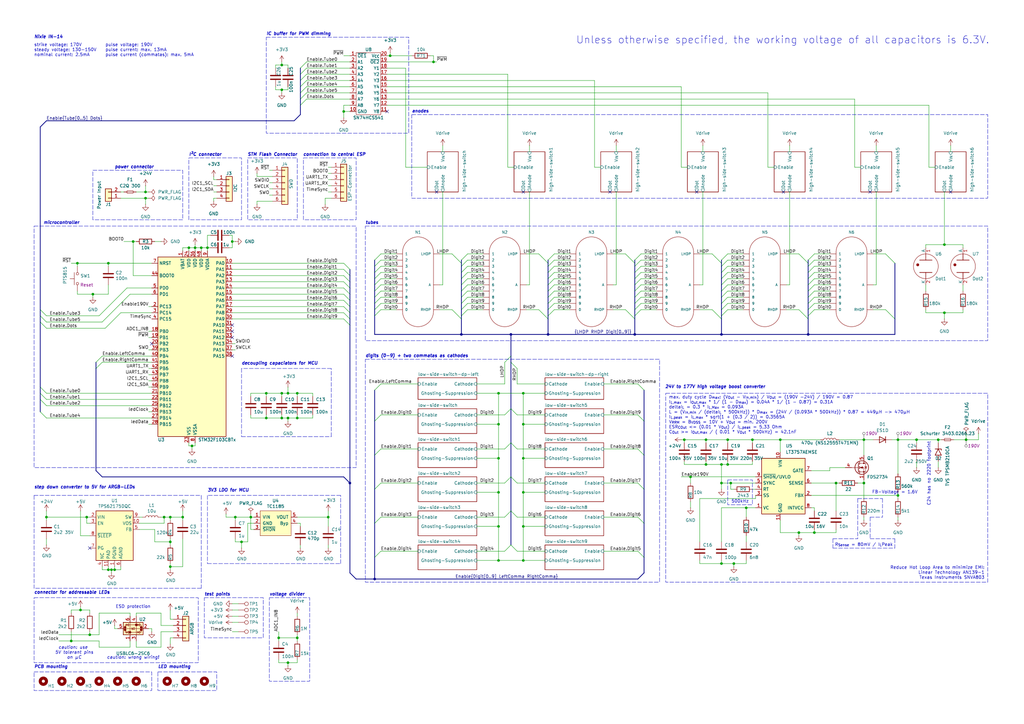
<source format=kicad_sch>
(kicad_sch (version 20231120) (generator "eeschema") (generator_version "8.0")
  (paper "A3")
  (junction (at 115.57 171.45))
  (junction (at 295.91 137.16))
  (junction (at 204.47 229.87))
  (junction (at 298.45 190.5))
  (junction (at 115.57 36.83))
  (junction (at 69.85 222.25))
  (junction (at 214.63 215.9))
  (junction (at 121.92 261.62))
  (junction (at 31.75 107.95))
  (junction (at 69.85 232.41))
  (junction (at 78.74 182.88))
  (junction (at 283.21 195.58))
  (junction (at 204.47 187.96))
  (junction (at 300.99 231.14))
  (junction (at 189.23 137.16))
  (junction (at 214.63 187.96))
  (junction (at 214.63 229.87))
  (junction (at 354.33 180.34))
  (junction (at 59.69 81.28))
  (junction (at 153.67 237.49))
  (junction (at 54.61 99.06))
  (junction (at 99.06 222.25))
  (junction (at 295.91 231.14))
  (junction (at 46.99 233.68))
  (junction (at 121.92 161.29))
  (junction (at 214.63 161.29))
  (junction (at 59.69 78.74))
  (junction (at 134.62 212.09))
  (junction (at 109.22 171.45))
  (junction (at 368.3 180.34))
  (junction (at 354.33 198.12))
  (junction (at 224.79 137.16))
  (junction (at 387.35 100.33))
  (junction (at 45.72 233.68))
  (junction (at 96.52 212.09))
  (junction (at 260.35 137.16))
  (junction (at 102.87 212.09))
  (junction (at 387.35 128.27))
  (junction (at 204.47 201.93))
  (junction (at 140.97 45.72))
  (junction (at 19.05 212.09))
  (junction (at 289.56 180.34))
  (junction (at 118.11 271.78))
  (junction (at 204.47 161.29))
  (junction (at 36.83 260.35))
  (junction (at 396.24 180.34))
  (junction (at 114.3 261.62))
  (junction (at 44.45 107.95))
  (junction (at 143.51 198.12))
  (junction (at 118.11 171.45))
  (junction (at 327.66 218.44))
  (junction (at 35.56 212.09))
  (junction (at 109.22 161.29))
  (junction (at 295.91 198.12))
  (junction (at 160.02 22.86))
  (junction (at 115.57 161.29))
  (junction (at 95.25 99.06))
  (junction (at 295.91 190.5))
  (junction (at 299.72 198.12))
  (junction (at 74.93 212.09))
  (junction (at 331.47 137.16))
  (junction (at 209.55 137.16))
  (junction (at 38.1 120.65))
  (junction (at 67.31 212.09))
  (junction (at 280.67 180.34))
  (junction (at 29.21 262.89))
  (junction (at 121.92 171.45))
  (junction (at 214.63 201.93))
  (junction (at 306.07 208.28))
  (junction (at 85.09 101.6))
  (junction (at 69.85 212.09))
  (junction (at 44.45 233.68))
  (junction (at 118.11 161.29))
  (junction (at 368.3 203.2))
  (junction (at 298.45 180.34))
  (junction (at 214.63 173.99))
  (junction (at 204.47 173.99))
  (junction (at 384.81 180.34))
  (junction (at 80.01 101.6))
  (junction (at 320.04 180.34))
  (junction (at 77.47 101.6))
  (junction (at 289.56 190.5))
  (junction (at 115.57 26.67))
  (junction (at 82.55 101.6))
  (junction (at 177.8 25.4))
  (junction (at 308.61 180.34))
  (junction (at 204.47 215.9))
  (junction (at 33.02 250.19))
  (junction (at 375.92 180.34))
  (junction (at 334.01 218.44))
  (junction (at 342.9 198.12))
  (no_connect (at 36.83 224.79))
  (no_connect (at 62.23 140.97))
  (no_connect (at 95.25 138.43))
  (no_connect (at 158.75 45.72))
  (no_connect (at 285.75 78.74))
  (no_connect (at 356.87 78.74))
  (no_connect (at 95.25 133.35))
  (no_connect (at 95.25 135.89))
  (no_connect (at 321.31 78.74))
  (no_connect (at 389.89 78.74))
  (no_connect (at 95.25 146.05))
  (no_connect (at 250.19 78.74))
  (no_connect (at 179.07 78.74))
  (no_connect (at 214.63 78.74))
  (bus_entry (at 16.51 161.29) (size 2.54 2.54))
  (bus_entry (at 123.19 35.56) (size 2.54 -2.54))
  (bus_entry (at 189.23 121.92) (size 2.54 -2.54))
  (bus_entry (at 264.16 172.72) (size -2.54 -2.54))
  (bus_entry (at 143.51 123.19) (size -2.54 -2.54))
  (bus_entry (at 260.35 114.3) (size 2.54 -2.54))
  (bus_entry (at 189.23 107.95) (size -2.54 -2.54))
  (bus_entry (at 153.67 129.54) (size 2.54 -2.54))
  (bus_entry (at 224.79 111.76) (size 2.54 -2.54))
  (bus_entry (at 16.51 132.08) (size 2.54 2.54))
  (bus_entry (at 295.91 114.3) (size 2.54 -2.54))
  (bus_entry (at 189.23 114.3) (size 2.54 -2.54))
  (bus_entry (at 331.47 127) (size 2.54 -2.54))
  (bus_entry (at 295.91 127) (size 2.54 -2.54))
  (bus_entry (at 39.37 151.13) (size 2.54 -2.54))
  (bus_entry (at 153.67 127) (size 2.54 -2.54))
  (bus_entry (at 189.23 111.76) (size 2.54 -2.54))
  (bus_entry (at 143.51 120.65) (size -2.54 -2.54))
  (bus_entry (at 153.67 109.22) (size 2.54 -2.54))
  (bus_entry (at 207.01 226.06) (size 2.54 -2.54))
  (bus_entry (at 295.91 124.46) (size 2.54 -2.54))
  (bus_entry (at 209.55 167.64) (size 2.54 2.54))
  (bus_entry (at 331.47 129.54) (size 2.54 -2.54))
  (bus_entry (at 16.51 168.91) (size 2.54 2.54))
  (bus_entry (at 143.51 115.57) (size -2.54 -2.54))
  (bus_entry (at 224.79 107.95) (size -2.54 -2.54))
  (bus_entry (at 153.67 119.38) (size 2.54 -2.54))
  (bus_entry (at 16.51 158.75) (size 2.54 2.54))
  (bus_entry (at 212.09 184.15) (size -2.54 -2.54))
  (bus_entry (at 143.51 113.03) (size -2.54 -2.54))
  (bus_entry (at 264.16 200.66) (size -2.54 -2.54))
  (bus_entry (at 123.19 33.02) (size 2.54 -2.54))
  (bus_entry (at 224.79 130.81) (size -2.54 -2.54))
  (bus_entry (at 224.79 121.92) (size 2.54 -2.54))
  (bus_entry (at 331.47 109.22) (size 2.54 -2.54))
  (bus_entry (at 143.51 130.81) (size -2.54 -2.54))
  (bus_entry (at 153.67 111.76) (size 2.54 -2.54))
  (bus_entry (at 143.51 125.73) (size -2.54 -2.54))
  (bus_entry (at 260.35 127) (size 2.54 -2.54))
  (bus_entry (at 260.35 116.84) (size 2.54 -2.54))
  (bus_entry (at 143.51 110.49) (size -2.54 -2.54))
  (bus_entry (at 189.23 119.38) (size 2.54 -2.54))
  (bus_entry (at 224.79 106.68) (size 2.54 -2.54))
  (bus_entry (at 153.67 200.66) (size 2.54 -2.54))
  (bus_entry (at 212.09 226.06) (size -2.54 -2.54))
  (bus_entry (at 295.91 107.95) (size -2.54 -2.54))
  (bus_entry (at 207.01 212.09) (size 2.54 -2.54))
  (bus_entry (at 295.91 119.38) (size 2.54 -2.54))
  (bus_entry (at 264.16 228.6) (size -2.54 -2.54))
  (bus_entry (at 224.79 124.46) (size 2.54 -2.54))
  (bus_entry (at 153.67 214.63) (size 2.54 -2.54))
  (bus_entry (at 331.47 116.84) (size 2.54 -2.54))
  (bus_entry (at 209.55 181.61) (size -2.54 2.54))
  (bus_entry (at 331.47 119.38) (size 2.54 -2.54))
  (bus_entry (at 209.55 146.05) (size -2.54 2.54))
  (bus_entry (at 260.35 111.76) (size 2.54 -2.54))
  (bus_entry (at 16.51 129.54) (size 2.54 2.54))
  (bus_entry (at 189.23 109.22) (size 2.54 -2.54))
  (bus_entry (at 153.67 121.92) (size 2.54 -2.54))
  (bus_entry (at 153.67 228.6) (size 2.54 -2.54))
  (bus_entry (at 260.35 130.81) (size -2.54 -2.54))
  (bus_entry (at 264.16 160.02) (size -2.54 -2.54))
  (bus_entry (at 367.03 130.81) (size -2.54 -2.54))
  (bus_entry (at 153.67 186.69) (size 2.54 -2.54))
  (bus_entry (at 153.67 106.68) (size 2.54 -2.54))
  (bus_entry (at 367.03 107.95) (size -2.54 -2.54))
  (bus_entry (at 153.67 114.3) (size 2.54 -2.54))
  (bus_entry (at 189.23 130.81) (size -2.54 -2.54))
  (bus_entry (at 331.47 111.76) (size 2.54 -2.54))
  (bus_entry (at 331.47 114.3) (size 2.54 -2.54))
  (bus_entry (at 143.51 133.35) (size -2.54 -2.54))
  (bus_entry (at 207.01 198.12) (size 2.54 -2.54))
  (bus_entry (at 331.47 124.46) (size 2.54 -2.54))
  (bus_entry (at 264.16 186.69) (size -2.54 -2.54))
  (bus_entry (at 123.19 40.64) (size 2.54 -2.54))
  (bus_entry (at 260.35 121.92) (size 2.54 -2.54))
  (bus_entry (at 295.91 106.68) (size 2.54 -2.54))
  (bus_entry (at 260.35 129.54) (size 2.54 -2.54))
  (bus_entry (at 153.67 172.72) (size 2.54 -2.54))
  (bus_entry (at 224.79 127) (size 2.54 -2.54))
  (bus_entry (at 209.55 167.64) (size -2.54 2.54))
  (bus_entry (at 209.55 148.59) (size 2.54 2.54))
  (bus_entry (at 153.67 124.46) (size 2.54 -2.54))
  (bus_entry (at 143.51 128.27) (size -2.54 -2.54))
  (bus_entry (at 295.91 129.54) (size 2.54 -2.54))
  (bus_entry (at 224.79 119.38) (size 2.54 -2.54))
  (bus_entry (at 153.67 160.02) (size 2.54 -2.54))
  (bus_entry (at 331.47 130.81) (size -2.54 -2.54))
  (bus_entry (at 123.19 27.94) (size 2.54 -2.54))
  (bus_entry (at 123.19 43.18) (size 2.54 -2.54))
  (bus_entry (at 260.35 124.46) (size 2.54 -2.54))
  (bus_entry (at 295.91 121.92) (size 2.54 -2.54))
  (bus_entry (at 189.23 127) (size 2.54 -2.54))
  (bus_entry (at 295.91 109.22) (size 2.54 -2.54))
  (bus_entry (at 260.35 107.95) (size -2.54 -2.54))
  (bus_entry (at 331.47 106.68) (size 2.54 -2.54))
  (bus_entry (at 189.23 129.54) (size 2.54 -2.54))
  (bus_entry (at 153.67 116.84) (size 2.54 -2.54))
  (bus_entry (at 212.09 212.09) (size -2.54 -2.54))
  (bus_entry (at 189.23 124.46) (size 2.54 -2.54))
  (bus_entry (at 224.79 129.54) (size 2.54 -2.54))
  (bus_entry (at 295.91 111.76) (size 2.54 -2.54))
  (bus_entry (at 331.47 107.95) (size -2.54 -2.54))
  (bus_entry (at 260.35 109.22) (size 2.54 -2.54))
  (bus_entry (at 123.19 30.48) (size 2.54 -2.54))
  (bus_entry (at 260.35 106.68) (size 2.54 -2.54))
  (bus_entry (at 39.37 148.59) (size 2.54 -2.54))
  (bus_entry (at 189.23 116.84) (size 2.54 -2.54))
  (bus_entry (at 331.47 121.92) (size 2.54 -2.54))
  (bus_entry (at 295.91 116.84) (size 2.54 -2.54))
  (bus_entry (at 123.19 38.1) (size 2.54 -2.54))
  (bus_entry (at 224.79 116.84) (size 2.54 -2.54))
  (bus_entry (at 295.91 130.81) (size -2.54 -2.54))
  (bus_entry (at 224.79 109.22) (size 2.54 -2.54))
  (bus_entry (at 16.51 127) (size 2.54 2.54))
  (bus_entry (at 264.16 214.63) (size -2.54 -2.54))
  (bus_entry (at 143.51 118.11) (size -2.54 -2.54))
  (bus_entry (at 224.79 114.3) (size 2.54 -2.54))
  (bus_entry (at 212.09 198.12) (size -2.54 -2.54))
  (bus_entry (at 16.51 163.83) (size 2.54 2.54))
  (bus_entry (at 189.23 106.68) (size 2.54 -2.54))
  (bus_entry (at 260.35 119.38) (size 2.54 -2.54))
  (wire (pts (xy 227.33 106.68) (xy 233.68 106.68)))
  (wire (pts (xy 384.81 180.34) (xy 384.81 181.61)))
  (wire (pts (xy 354.33 212.09) (xy 354.33 213.36)))
  (bus (pts (xy 153.67 119.38) (xy 153.67 121.92)))
  (wire (pts (xy 140.97 22.86) (xy 143.51 22.86)))
  (wire (pts (xy 214.63 215.9) (xy 214.63 229.87)))
  (wire (pts (xy 33.02 250.19) (xy 36.83 250.19)))
  (bus (pts (xy 153.67 186.69) (xy 153.67 200.66)))
  (wire (pts (xy 41.91 233.68) (xy 44.45 233.68)))
  (wire (pts (xy 80.01 181.61) (xy 80.01 182.88)))
  (polyline (pts (xy 13.97 203.2) (xy 82.55 203.2)) (stroke (width 0) (type dash)))
  (bus (pts (xy 260.35 116.84) (xy 260.35 119.38)))
  (wire (pts (xy 214.63 187.96) (xy 214.63 201.93)))
  (wire (pts (xy 251.46 104.14) (xy 256.54 104.14)))
  (wire (pts (xy 92.71 212.09) (xy 96.52 212.09)))
  (wire (pts (xy 77.47 181.61) (xy 77.47 182.88)))
  (wire (pts (xy 247.65 170.18) (xy 261.62 170.18)))
  (wire (pts (xy 114.3 271.78) (xy 118.11 271.78)))
  (wire (pts (xy 33.02 219.71) (xy 36.83 219.71)))
  (wire (pts (xy 54.61 99.06) (xy 54.61 113.03)))
  (bus (pts (xy 143.51 123.19) (xy 143.51 125.73)))
  (wire (pts (xy 67.31 214.63) (xy 67.31 212.09)))
  (wire (pts (xy 181.61 59.69) (xy 181.61 62.23)))
  (wire (pts (xy 45.72 233.68) (xy 45.72 234.95)))
  (wire (pts (xy 95.25 247.65) (xy 97.79 247.65)))
  (wire (pts (xy 220.98 104.14) (xy 222.25 105.41)))
  (wire (pts (xy 115.57 161.29) (xy 118.11 161.29)))
  (wire (pts (xy 115.57 36.83) (xy 118.11 36.83)))
  (bus (pts (xy 331.47 106.68) (xy 331.47 107.95)))
  (wire (pts (xy 214.63 161.29) (xy 223.52 161.29)))
  (wire (pts (xy 114.3 270.51) (xy 114.3 271.78)))
  (wire (pts (xy 158.75 22.86) (xy 160.02 22.86)))
  (wire (pts (xy 191.77 109.22) (xy 198.12 109.22)))
  (wire (pts (xy 195.58 226.06) (xy 207.01 226.06)))
  (wire (pts (xy 38.1 120.65) (xy 38.1 121.92)))
  (wire (pts (xy 85.09 101.6) (xy 85.09 102.87)))
  (wire (pts (xy 262.89 124.46) (xy 269.24 124.46)))
  (bus (pts (xy 224.79 106.68) (xy 224.79 107.95)))
  (wire (pts (xy 62.23 257.81) (xy 62.23 259.08)))
  (wire (pts (xy 95.25 99.06) (xy 96.52 99.06)))
  (bus (pts (xy 16.51 52.07) (xy 19.05 49.53)))
  (wire (pts (xy 298.45 106.68) (xy 304.8 106.68)))
  (wire (pts (xy 195.58 161.29) (xy 204.47 161.29)))
  (bus (pts (xy 209.55 146.05) (xy 209.55 148.59)))
  (wire (pts (xy 19.05 163.83) (xy 62.23 163.83)))
  (bus (pts (xy 331.47 119.38) (xy 331.47 121.92)))
  (bus (pts (xy 209.55 167.64) (xy 209.55 181.61)))
  (wire (pts (xy 191.77 106.68) (xy 198.12 106.68)))
  (bus (pts (xy 331.47 109.22) (xy 331.47 111.76)))
  (wire (pts (xy 191.77 104.14) (xy 198.12 104.14)))
  (bus (pts (xy 123.19 38.1) (xy 123.19 40.64)))
  (wire (pts (xy 368.3 203.2) (xy 368.3 204.47)))
  (wire (pts (xy 95.25 96.52) (xy 95.25 99.06)))
  (wire (pts (xy 368.3 201.93) (xy 368.3 203.2)))
  (bus (pts (xy 331.47 116.84) (xy 331.47 119.38)))
  (wire (pts (xy 60.96 156.21) (xy 62.23 156.21)))
  (bus (pts (xy 153.67 127) (xy 153.67 129.54)))
  (bus (pts (xy 153.67 109.22) (xy 153.67 111.76)))
  (wire (pts (xy 101.6 214.63) (xy 101.6 222.25)))
  (wire (pts (xy 87.63 78.74) (xy 88.9 78.74)))
  (wire (pts (xy 125.73 25.4) (xy 143.51 25.4)))
  (wire (pts (xy 247.65 226.06) (xy 261.62 226.06)))
  (wire (pts (xy 63.5 222.25) (xy 63.5 217.17)))
  (wire (pts (xy 401.32 177.8) (xy 401.32 180.34)))
  (wire (pts (xy 35.56 214.63) (xy 35.56 212.09)))
  (wire (pts (xy 220.98 127) (xy 215.9 127)))
  (bus (pts (xy 143.51 110.49) (xy 143.51 113.03)))
  (wire (pts (xy 334.01 106.68) (xy 340.36 106.68)))
  (wire (pts (xy 82.55 101.6) (xy 82.55 102.87)))
  (wire (pts (xy 156.21 198.12) (xy 171.45 198.12)))
  (wire (pts (xy 295.91 198.12) (xy 295.91 200.66)))
  (wire (pts (xy 125.73 30.48) (xy 143.51 30.48)))
  (wire (pts (xy 384.81 180.34) (xy 386.08 180.34)))
  (wire (pts (xy 180.34 116.84) (xy 181.61 116.84)))
  (bus (pts (xy 331.47 124.46) (xy 331.47 127)))
  (wire (pts (xy 74.93 232.41) (xy 74.93 220.98)))
  (wire (pts (xy 114.3 259.08) (xy 114.3 261.62)))
  (bus (pts (xy 260.35 124.46) (xy 260.35 127)))
  (wire (pts (xy 295.91 208.28) (xy 295.91 222.25)))
  (wire (pts (xy 214.63 201.93) (xy 223.52 201.93)))
  (wire (pts (xy 114.3 261.62) (xy 121.92 261.62)))
  (wire (pts (xy 95.25 128.27) (xy 140.97 128.27)))
  (wire (pts (xy 102.87 162.56) (xy 102.87 161.29)))
  (wire (pts (xy 191.77 111.76) (xy 198.12 111.76)))
  (wire (pts (xy 54.61 99.06) (xy 55.88 99.06)))
  (bus (pts (xy 260.35 127) (xy 260.35 129.54)))
  (wire (pts (xy 60.96 158.75) (xy 62.23 158.75)))
  (wire (pts (xy 387.35 128.27) (xy 387.35 130.81)))
  (wire (pts (xy 41.91 148.59) (xy 62.23 148.59)))
  (wire (pts (xy 57.15 212.09) (xy 58.42 212.09)))
  (wire (pts (xy 191.77 119.38) (xy 198.12 119.38)))
  (bus (pts (xy 260.35 129.54) (xy 260.35 130.81)))
  (wire (pts (xy 69.85 250.19) (xy 69.85 254)))
  (bus (pts (xy 264.16 228.6) (xy 264.16 234.95)))
  (wire (pts (xy 66.04 251.46) (xy 66.04 256.54)))
  (wire (pts (xy 375.92 180.34) (xy 384.81 180.34)))
  (wire (pts (xy 298.45 124.46) (xy 304.8 124.46)))
  (wire (pts (xy 62.23 151.13) (xy 60.96 151.13)))
  (wire (pts (xy 320.04 180.34) (xy 336.55 180.34)))
  (wire (pts (xy 332.74 193.04) (xy 340.36 193.04)))
  (wire (pts (xy 295.91 198.12) (xy 299.72 198.12)))
  (wire (pts (xy 166.37 27.94) (xy 166.37 68.58)))
  (wire (pts (xy 134.62 71.12) (xy 135.89 71.12)))
  (wire (pts (xy 227.33 119.38) (xy 233.68 119.38)))
  (polyline (pts (xy 139.7 203.2) (xy 85.09 203.2)) (stroke (width 0) (type dash)))
  (wire (pts (xy 85.09 96.52) (xy 85.09 101.6)))
  (bus (pts (xy 143.51 198.12) (xy 143.51 234.95)))
  (wire (pts (xy 342.9 198.12) (xy 344.17 198.12)))
  (bus (pts (xy 295.91 130.81) (xy 295.91 137.16)))
  (wire (pts (xy 204.47 161.29) (xy 204.47 173.99)))
  (wire (pts (xy 334.01 114.3) (xy 340.36 114.3)))
  (wire (pts (xy 53.34 251.46) (xy 53.34 252.73)))
  (polyline (pts (xy 341.63 220.98) (xy 341.63 224.79)) (stroke (width 0) (type dash)))
  (wire (pts (xy 95.25 250.19) (xy 97.79 250.19)))
  (wire (pts (xy 288.29 78.74) (xy 288.29 116.84)))
  (wire (pts (xy 295.91 229.87) (xy 295.91 231.14)))
  (wire (pts (xy 158.75 27.94) (xy 166.37 27.94)))
  (wire (pts (xy 123.19 215.9) (xy 123.19 214.63)))
  (wire (pts (xy 156.21 119.38) (xy 162.56 119.38)))
  (wire (pts (xy 158.75 40.64) (xy 350.52 40.64)))
  (wire (pts (xy 85.09 96.52) (xy 86.36 96.52)))
  (wire (pts (xy 252.73 78.74) (xy 252.73 116.84)))
  (wire (pts (xy 334.01 217.17) (xy 334.01 218.44)))
  (wire (pts (xy 320.04 213.36) (xy 320.04 218.44)))
  (wire (pts (xy 19.05 220.98) (xy 19.05 223.52)))
  (wire (pts (xy 96.52 213.36) (xy 96.52 212.09)))
  (bus (pts (xy 295.91 119.38) (xy 295.91 121.92)))
  (wire (pts (xy 53.34 262.89) (xy 53.34 265.43)))
  (wire (pts (xy 118.11 271.78) (xy 121.92 271.78)))
  (wire (pts (xy 105.41 71.12) (xy 105.41 72.39)))
  (bus (pts (xy 39.37 151.13) (xy 39.37 193.04)))
  (bus (pts (xy 295.91 129.54) (xy 295.91 130.81)))
  (bus (pts (xy 16.51 52.07) (xy 16.51 127)))
  (bus (pts (xy 153.67 121.92) (xy 153.67 124.46)))
  (bus (pts (xy 209.55 209.55) (xy 209.55 223.52)))
  (bus (pts (xy 16.51 127) (xy 16.51 129.54)))
  (wire (pts (xy 46.99 256.54) (xy 46.99 257.81)))
  (wire (pts (xy 212.09 226.06) (xy 223.52 226.06)))
  (wire (pts (xy 69.85 220.98) (xy 69.85 222.25)))
  (wire (pts (xy 384.81 189.23) (xy 384.81 191.77)))
  (bus (pts (xy 143.51 128.27) (xy 143.51 130.81)))
  (wire (pts (xy 60.96 168.91) (xy 62.23 168.91)))
  (wire (pts (xy 295.91 208.28) (xy 306.07 208.28)))
  (wire (pts (xy 156.21 127) (xy 162.56 127)))
  (wire (pts (xy 227.33 111.76) (xy 233.68 111.76)))
  (wire (pts (xy 95.25 110.49) (xy 140.97 110.49)))
  (wire (pts (xy 375.92 189.23) (xy 375.92 191.77)))
  (wire (pts (xy 95.25 113.03) (xy 140.97 113.03)))
  (wire (pts (xy 334.01 109.22) (xy 340.36 109.22)))
  (wire (pts (xy 256.54 104.14) (xy 257.81 105.41)))
  (wire (pts (xy 212.09 157.48) (xy 223.52 157.48)))
  (wire (pts (xy 334.01 127) (xy 340.36 127)))
  (wire (pts (xy 128.27 162.56) (xy 128.27 161.29)))
  (wire (pts (xy 49.53 128.27) (xy 62.23 128.27)))
  (bus (pts (xy 189.23 109.22) (xy 189.23 111.76)))
  (wire (pts (xy 227.33 121.92) (xy 233.68 121.92)))
  (wire (pts (xy 46.99 233.68) (xy 49.53 233.68)))
  (wire (pts (xy 299.72 198.12) (xy 299.72 200.66)))
  (wire (pts (xy 252.73 59.69) (xy 252.73 62.23)))
  (wire (pts (xy 99.06 222.25) (xy 96.52 222.25)))
  (wire (pts (xy 340.36 191.77) (xy 346.71 191.77)))
  (wire (pts (xy 113.03 26.67) (xy 113.03 27.94)))
  (wire (pts (xy 227.33 127) (xy 233.68 127)))
  (wire (pts (xy 59.69 81.28) (xy 60.96 81.28)))
  (wire (pts (xy 115.57 162.56) (xy 115.57 161.29)))
  (wire (pts (xy 191.77 127) (xy 198.12 127)))
  (wire (pts (xy 102.87 217.17) (xy 102.87 212.09)))
  (wire (pts (xy 334.01 104.14) (xy 340.36 104.14)))
  (wire (pts (xy 43.18 134.62) (xy 49.53 128.27)))
  (bus (pts (xy 153.67 137.16) (xy 189.23 137.16)))
  (wire (pts (xy 363.22 104.14) (xy 358.14 104.14)))
  (wire (pts (xy 280.67 190.5) (xy 289.56 190.5)))
  (wire (pts (xy 109.22 171.45) (xy 115.57 171.45)))
  (wire (pts (xy 327.66 127) (xy 322.58 127)))
  (wire (pts (xy 334.01 208.28) (xy 334.01 209.55)))
  (wire (pts (xy 214.63 161.29) (xy 214.63 173.99)))
  (wire (pts (xy 350.52 68.58) (xy 353.06 68.58)))
  (wire (pts (xy 358.14 116.84) (xy 359.41 116.84)))
  (wire (pts (xy 379.73 100.33) (xy 379.73 101.6)))
  (wire (pts (xy 158.75 33.02) (xy 243.84 33.02)))
  (bus (pts (xy 331.47 121.92) (xy 331.47 124.46)))
  (wire (pts (xy 156.21 106.68) (xy 162.56 106.68)))
  (wire (pts (xy 95.25 120.65) (xy 140.97 120.65)))
  (wire (pts (xy 80.01 101.6) (xy 82.55 101.6)))
  (bus (pts (xy 209.55 195.58) (xy 209.55 209.55)))
  (wire (pts (xy 59.69 76.2) (xy 59.69 78.74)))
  (wire (pts (xy 19.05 166.37) (xy 62.23 166.37)))
  (wire (pts (xy 334.01 124.46) (xy 340.36 124.46)))
  (wire (pts (xy 40.64 265.43) (xy 53.34 265.43)))
  (bus (pts (xy 264.16 186.69) (xy 264.16 200.66)))
  (wire (pts (xy 95.25 255.27) (xy 97.79 255.27)))
  (wire (pts (xy 217.17 78.74) (xy 217.17 116.84)))
  (wire (pts (xy 95.25 252.73) (xy 97.79 252.73)))
  (wire (pts (xy 156.21 184.15) (xy 171.45 184.15)))
  (wire (pts (xy 109.22 161.29) (xy 115.57 161.29)))
  (wire (pts (xy 298.45 127) (xy 304.8 127)))
  (wire (pts (xy 33.02 250.19) (xy 29.21 250.19)))
  (wire (pts (xy 74.93 213.36) (xy 74.93 212.09)))
  (wire (pts (xy 156.21 121.92) (xy 162.56 121.92)))
  (wire (pts (xy 95.25 130.81) (xy 140.97 130.81)))
  (wire (pts (xy 381 68.58) (xy 383.54 68.58)))
  (wire (pts (xy 247.65 184.15) (xy 261.62 184.15)))
  (bus (pts (xy 224.79 116.84) (xy 224.79 119.38)))
  (wire (pts (xy 140.97 45.72) (xy 143.51 45.72)))
  (wire (pts (xy 368.3 180.34) (xy 368.3 194.31)))
  (wire (pts (xy 287.02 204.47) (xy 287.02 222.25)))
  (wire (pts (xy 298.45 119.38) (xy 304.8 119.38)))
  (polyline (pts (xy 351.79 204.47) (xy 351.79 220.98)) (stroke (width 0) (type dash)))
  (wire (pts (xy 396.24 177.8) (xy 396.24 180.34)))
  (wire (pts (xy 354.33 180.34) (xy 358.14 180.34)))
  (bus (pts (xy 189.23 127) (xy 189.23 129.54)))
  (wire (pts (xy 289.56 180.34) (xy 298.45 180.34)))
  (wire (pts (xy 160.02 22.86) (xy 168.91 22.86)))
  (wire (pts (xy 340.36 191.77) (xy 340.36 193.04)))
  (wire (pts (xy 19.05 212.09) (xy 35.56 212.09)))
  (wire (pts (xy 204.47 229.87) (xy 214.63 229.87)))
  (wire (pts (xy 322.58 116.84) (xy 323.85 116.84)))
  (wire (pts (xy 292.1 127) (xy 287.02 127)))
  (wire (pts (xy 156.21 104.14) (xy 162.56 104.14)))
  (wire (pts (xy 280.67 189.23) (xy 280.67 190.5)))
  (wire (pts (xy 214.63 201.93) (xy 214.63 215.9)))
  (wire (pts (xy 247.65 212.09) (xy 261.62 212.09)))
  (bus (pts (xy 143.51 130.81) (xy 143.51 133.35)))
  (wire (pts (xy 195.58 215.9) (xy 204.47 215.9)))
  (wire (pts (xy 78.74 182.88) (xy 78.74 184.15)))
  (bus (pts (xy 153.67 214.63) (xy 153.67 228.6)))
  (wire (pts (xy 212.09 184.15) (xy 223.52 184.15)))
  (wire (pts (xy 298.45 111.76) (xy 304.8 111.76)))
  (wire (pts (xy 121.92 170.18) (xy 121.92 171.45)))
  (wire (pts (xy 166.37 68.58) (xy 175.26 68.58)))
  (wire (pts (xy 328.93 105.41) (xy 327.66 104.14)))
  (bus (pts (xy 224.79 111.76) (xy 224.79 114.3)))
  (wire (pts (xy 99.06 224.79) (xy 99.06 222.25)))
  (polyline (pts (xy 85.09 203.2) (xy 85.09 231.14)) (stroke (width 0) (type dash)))
  (wire (pts (xy 262.89 111.76) (xy 269.24 111.76)))
  (bus (pts (xy 224.79 121.92) (xy 224.79 124.46)))
  (bus (pts (xy 153.67 116.84) (xy 153.67 119.38)))
  (bus (pts (xy 261.62 237.49) (xy 264.16 234.95)))
  (wire (pts (xy 214.63 215.9) (xy 223.52 215.9)))
  (wire (pts (xy 125.73 27.94) (xy 143.51 27.94)))
  (wire (pts (xy 334.01 121.92) (xy 340.36 121.92)))
  (wire (pts (xy 208.28 30.48) (xy 208.28 68.58)))
  (wire (pts (xy 327.66 104.14) (xy 322.58 104.14)))
  (wire (pts (xy 44.45 107.95) (xy 62.23 107.95)))
  (wire (pts (xy 156.21 124.46) (xy 162.56 124.46)))
  (wire (pts (xy 35.56 212.09) (xy 36.83 212.09)))
  (wire (pts (xy 389.89 59.69) (xy 389.89 62.23)))
  (wire (pts (xy 105.41 82.55) (xy 105.41 83.82)))
  (bus (pts (xy 189.23 111.76) (xy 189.23 114.3)))
  (wire (pts (xy 69.85 261.62) (xy 69.85 264.16)))
  (wire (pts (xy 102.87 170.18) (xy 102.87 171.45)))
  (wire (pts (xy 29.21 107.95) (xy 31.75 107.95)))
  (wire (pts (xy 195.58 170.18) (xy 207.01 170.18)))
  (wire (pts (xy 332.74 208.28) (xy 334.01 208.28)))
  (wire (pts (xy 262.89 104.14) (xy 269.24 104.14)))
  (wire (pts (xy 49.53 81.28) (xy 59.69 81.28)))
  (wire (pts (xy 133.35 81.28) (xy 135.89 81.28)))
  (wire (pts (xy 327.66 218.44) (xy 334.01 218.44)))
  (wire (pts (xy 40.64 251.46) (xy 40.64 260.35)))
  (wire (pts (xy 69.85 213.36) (xy 69.85 212.09)))
  (wire (pts (xy 289.56 190.5) (xy 295.91 190.5)))
  (wire (pts (xy 95.25 107.95) (xy 140.97 107.95)))
  (wire (pts (xy 299.72 198.12) (xy 309.88 198.12)))
  (wire (pts (xy 134.62 224.79) (xy 134.62 223.52)))
  (wire (pts (xy 195.58 184.15) (xy 207.01 184.15)))
  (bus (pts (xy 295.91 111.76) (xy 295.91 114.3)))
  (wire (pts (xy 177.8 25.4) (xy 179.07 25.4)))
  (wire (pts (xy 295.91 231.14) (xy 300.99 231.14)))
  (wire (pts (xy 351.79 198.12) (xy 354.33 198.12)))
  (wire (pts (xy 95.25 118.11) (xy 140.97 118.11)))
  (wire (pts (xy 63.5 99.06) (xy 66.04 99.06)))
  (wire (pts (xy 66.04 259.08) (xy 66.04 265.43)))
  (wire (pts (xy 300.99 231.14) (xy 300.99 232.41)))
  (wire (pts (xy 95.25 115.57) (xy 140.97 115.57)))
  (wire (pts (xy 332.74 203.2) (xy 368.3 203.2)))
  (bus (pts (xy 153.67 114.3) (xy 153.67 116.84)))
  (wire (pts (xy 121.92 171.45) (xy 128.27 171.45)))
  (bus (pts (xy 260.35 121.92) (xy 260.35 124.46)))
  (wire (pts (xy 298.45 189.23) (xy 298.45 190.5)))
  (wire (pts (xy 314.96 38.1) (xy 314.96 68.58)))
  (bus (pts (xy 224.79 119.38) (xy 224.79 121.92)))
  (wire (pts (xy 121.92 270.51) (xy 121.92 271.78)))
  (wire (pts (xy 104.14 214.63) (xy 101.6 214.63)))
  (bus (pts (xy 224.79 130.81) (xy 224.79 137.16)))
  (wire (pts (xy 368.3 180.34) (xy 375.92 180.34)))
  (wire (pts (xy 359.41 78.74) (xy 359.41 116.84)))
  (wire (pts (xy 287.02 229.87) (xy 287.02 231.14)))
  (wire (pts (xy 19.05 132.08) (xy 41.91 132.08)))
  (wire (pts (xy 69.85 254) (xy 71.12 254)))
  (wire (pts (xy 125.73 38.1) (xy 143.51 38.1)))
  (wire (pts (xy 204.47 173.99) (xy 204.47 187.96)))
  (bus (pts (xy 295.91 106.68) (xy 295.91 107.95)))
  (wire (pts (xy 54.61 113.03) (xy 62.23 113.03)))
  (bus (pts (xy 16.51 158.75) (xy 16.51 161.29)))
  (wire (pts (xy 156.21 114.3) (xy 162.56 114.3)))
  (bus (pts (xy 295.91 137.16) (xy 331.47 137.16)))
  (wire (pts (xy 118.11 161.29) (xy 121.92 161.29)))
  (wire (pts (xy 69.85 212.09) (xy 67.31 212.09)))
  (wire (pts (xy 334.01 218.44) (xy 342.9 218.44)))
  (wire (pts (xy 332.74 198.12) (xy 342.9 198.12)))
  (wire (pts (xy 195.58 212.09) (xy 207.01 212.09)))
  (bus (pts (xy 295.91 124.46) (xy 295.91 127)))
  (wire (pts (xy 121.92 212.09) (xy 134.62 212.09)))
  (wire (pts (xy 243.84 33.02) (xy 243.84 68.58)))
  (bus (pts (xy 189.23 107.95) (xy 189.23 109.22)))
  (bus (pts (xy 264.16 160.02) (xy 264.16 172.72)))
  (wire (pts (xy 354.33 180.34) (xy 354.33 186.69)))
  (bus (pts (xy 260.35 137.16) (xy 295.91 137.16)))
  (wire (pts (xy 306.07 208.28) (xy 306.07 212.09)))
  (wire (pts (xy 227.33 124.46) (xy 233.68 124.46)))
  (bus (pts (xy 153.67 111.76) (xy 153.67 114.3)))
  (wire (pts (xy 394.97 100.33) (xy 394.97 101.6)))
  (wire (pts (xy 19.05 129.54) (xy 40.64 129.54)))
  (wire (pts (xy 115.57 36.83) (xy 115.57 38.1)))
  (wire (pts (xy 342.9 217.17) (xy 342.9 218.44)))
  (wire (pts (xy 287.02 231.14) (xy 295.91 231.14)))
  (wire (pts (xy 87.63 81.28) (xy 87.63 82.55)))
  (wire (pts (xy 279.4 195.58) (xy 283.21 195.58)))
  (wire (pts (xy 220.98 127) (xy 222.25 128.27)))
  (bus (pts (xy 140.97 195.58) (xy 143.51 198.12)))
  (wire (pts (xy 60.96 125.73) (xy 62.23 125.73)))
  (wire (pts (xy 396.24 180.34) (xy 401.32 180.34)))
  (wire (pts (xy 299.72 200.66) (xy 300.99 200.66)))
  (wire (pts (xy 287.02 116.84) (xy 288.29 116.84)))
  (wire (pts (xy 243.84 68.58) (xy 246.38 68.58)))
  (wire (pts (xy 191.77 121.92) (xy 198.12 121.92)))
  (wire (pts (xy 62.23 153.67) (xy 60.96 153.67)))
  (wire (pts (xy 45.72 233.68) (xy 46.99 233.68)))
  (bus (pts (xy 16.51 161.29) (xy 16.51 163.83)))
  (bus (pts (xy 224.79 114.3) (xy 224.79 116.84)))
  (wire (pts (xy 134.62 215.9) (xy 134.62 212.09)))
  (wire (pts (xy 292.1 104.14) (xy 287.02 104.14)))
  (wire (pts (xy 133.35 81.28) (xy 133.35 83.82)))
  (bus (pts (xy 331.47 130.81) (xy 331.47 137.16)))
  (wire (pts (xy 283.21 205.74) (xy 283.21 208.28)))
  (wire (pts (xy 300.99 231.14) (xy 306.07 231.14)))
  (wire (pts (xy 283.21 195.58) (xy 283.21 198.12)))
  (wire (pts (xy 342.9 198.12) (xy 342.9 209.55)))
  (wire (pts (xy 50.8 99.06) (xy 54.61 99.06)))
  (wire (pts (xy 323.85 59.69) (xy 323.85 62.23)))
  (wire (pts (xy 80.01 101.6) (xy 80.01 102.87)))
  (wire (pts (xy 55.88 262.89) (xy 55.88 265.43)))
  (wire (pts (xy 87.63 72.39) (xy 87.63 73.66)))
  (bus (pts (xy 224.79 109.22) (xy 224.79 111.76)))
  (bus (pts (xy 189.23 119.38) (xy 189.23 121.92)))
  (polyline (pts (xy 135.89 151.13) (xy 99.06 151.13)) (stroke (width 0) (type dash)))
  (wire (pts (xy 115.57 171.45) (xy 118.11 171.45)))
  (wire (pts (xy 279.4 180.34) (xy 280.67 180.34)))
  (wire (pts (xy 44.45 233.68) (xy 45.72 233.68)))
  (wire (pts (xy 298.45 180.34) (xy 298.45 181.61)))
  (bus (pts (xy 260.35 107.95) (xy 260.35 109.22)))
  (wire (pts (xy 262.89 127) (xy 269.24 127)))
  (wire (pts (xy 309.88 203.2) (xy 309.88 204.47)))
  (wire (pts (xy 140.97 45.72) (xy 140.97 48.26)))
  (wire (pts (xy 66.04 256.54) (xy 71.12 256.54)))
  (wire (pts (xy 217.17 59.69) (xy 217.17 62.23)))
  (wire (pts (xy 308.61 200.66) (xy 309.88 200.66)))
  (wire (pts (xy 288.29 59.69) (xy 288.29 62.23)))
  (wire (pts (xy 251.46 116.84) (xy 252.73 116.84)))
  (wire (pts (xy 134.62 68.58) (xy 135.89 68.58)))
  (wire (pts (xy 82.55 101.6) (xy 85.09 101.6)))
  (bus (pts (xy 331.47 107.95) (xy 331.47 109.22)))
  (wire (pts (xy 298.45 190.5) (xy 308.61 190.5)))
  (wire (pts (xy 387.35 78.74) (xy 387.35 100.33)))
  (bus (pts (xy 224.79 107.95) (xy 224.79 109.22)))
  (wire (pts (xy 55.88 251.46) (xy 66.04 251.46)))
  (polyline (pts (xy 356.87 212.09) (xy 356.87 220.98)) (stroke (width 0) (type dash)))
  (wire (pts (xy 67.31 212.09) (xy 66.04 212.09)))
  (wire (pts (xy 102.87 171.45) (xy 109.22 171.45)))
  (wire (pts (xy 69.85 261.62) (xy 71.12 261.62)))
  (wire (pts (xy 191.77 114.3) (xy 198.12 114.3)))
  (bus (pts (xy 209.55 148.59) (xy 209.55 167.64)))
  (wire (pts (xy 57.15 214.63) (xy 67.31 214.63)))
  (wire (pts (xy 55.88 251.46) (xy 55.88 252.73)))
  (wire (pts (xy 110.49 74.93) (xy 111.76 74.93)))
  (wire (pts (xy 308.61 180.34) (xy 308.61 181.61)))
  (wire (pts (xy 102.87 212.09) (xy 102.87 210.82)))
  (polyline (pts (xy 85.09 231.14) (xy 139.7 231.14)) (stroke (width 0) (type dash)))
  (wire (pts (xy 308.61 189.23) (xy 308.61 190.5)))
  (wire (pts (xy 204.47 215.9) (xy 204.47 229.87)))
  (wire (pts (xy 176.53 22.86) (xy 177.8 22.86)))
  (wire (pts (xy 40.64 129.54) (xy 52.07 118.11)))
  (wire (pts (xy 121.92 261.62) (xy 121.92 262.89)))
  (wire (pts (xy 379.73 127) (xy 379.73 128.27)))
  (wire (pts (xy 295.91 190.5) (xy 298.45 190.5)))
  (wire (pts (xy 95.25 99.06) (xy 95.25 101.6)))
  (polyline (pts (xy 356.87 220.98) (xy 367.03 220.98)) (stroke (width 0) (type dash)))
  (wire (pts (xy 115.57 26.67) (xy 118.11 26.67)))
  (wire (pts (xy 44.45 109.22) (xy 44.45 107.95)))
  (wire (pts (xy 41.91 146.05) (xy 62.23 146.05)))
  (wire (pts (xy 63.5 217.17) (xy 57.15 217.17)))
  (wire (pts (xy 87.63 81.28) (xy 88.9 81.28)))
  (wire (pts (xy 279.4 68.58) (xy 281.94 68.58)))
  (wire (pts (xy 191.77 124.46) (xy 198.12 124.46)))
  (wire (pts (xy 36.83 251.46) (xy 36.83 250.19)))
  (bus (pts (xy 260.35 111.76) (xy 260.35 114.3)))
  (bus (pts (xy 189.23 129.54) (xy 189.23 130.81)))
  (polyline (pts (xy 135.89 179.07) (xy 135.89 151.13)) (stroke (width 0) (type dash)))
  (wire (pts (xy 87.63 73.66) (xy 88.9 73.66)))
  (wire (pts (xy 262.89 119.38) (xy 269.24 119.38)))
  (wire (pts (xy 125.73 33.02) (xy 143.51 33.02)))
  (wire (pts (xy 212.09 212.09) (xy 223.52 212.09)))
  (wire (pts (xy 105.41 82.55) (xy 111.76 82.55)))
  (wire (pts (xy 95.25 123.19) (xy 140.97 123.19)))
  (bus (pts (xy 189.23 121.92) (xy 189.23 124.46)))
  (wire (pts (xy 19.05 171.45) (xy 62.23 171.45)))
  (bus (pts (xy 224.79 124.46) (xy 224.79 127)))
  (wire (pts (xy 292.1 127) (xy 293.37 128.27)))
  (wire (pts (xy 214.63 187.96) (xy 223.52 187.96)))
  (wire (pts (xy 256.54 127) (xy 251.46 127)))
  (wire (pts (xy 212.09 170.18) (xy 223.52 170.18)))
  (wire (pts (xy 262.89 109.22) (xy 269.24 109.22)))
  (wire (pts (xy 156.21 157.48) (xy 171.45 157.48)))
  (polyline (pts (xy 13.97 203.2) (xy 13.97 241.3)) (stroke (width 0) (type dash)))
  (bus (pts (xy 143.51 125.73) (xy 143.51 128.27)))
  (wire (pts (xy 113.03 36.83) (xy 113.03 35.56)))
  (bus (pts (xy 143.51 234.95) (xy 146.05 237.49)))
  (bus (pts (xy 367.03 130.81) (xy 367.03 137.16)))
  (wire (pts (xy 328.93 128.27) (xy 327.66 127)))
  (wire (pts (xy 279.4 35.56) (xy 279.4 68.58)))
  (polyline (pts (xy 341.63 220.98) (xy 351.79 220.98)) (stroke (width 0) (type dash)))
  (wire (pts (xy 298.45 121.92) (xy 304.8 121.92)))
  (wire (pts (xy 74.93 209.55) (xy 74.93 212.09)))
  (wire (pts (xy 110.49 77.47) (xy 111.76 77.47)))
  (wire (pts (xy 298.45 116.84) (xy 304.8 116.84)))
  (bus (pts (xy 260.35 106.68) (xy 260.35 107.95)))
  (wire (pts (xy 323.85 78.74) (xy 323.85 116.84)))
  (wire (pts (xy 320.04 180.34) (xy 320.04 185.42)))
  (polyline (pts (xy 367.03 220.98) (xy 367.03 224.79)) (stroke (width 0) (type dash)))
  (bus (pts (xy 16.51 163.83) (xy 16.51 168.91)))
  (wire (pts (xy 208.28 68.58) (xy 210.82 68.58)))
  (polyline (pts (xy 82.55 241.3) (xy 13.97 241.3)) (stroke (width 0) (type dash)))
  (bus (pts (xy 260.35 130.81) (xy 260.35 137.16)))
  (bus (pts (xy 295.91 127) (xy 295.91 129.54)))
  (wire (pts (xy 195.58 198.12) (xy 207.01 198.12)))
  (wire (pts (xy 156.21 170.18) (xy 171.45 170.18)))
  (wire (pts (xy 195.58 229.87) (xy 204.47 229.87)))
  (wire (pts (xy 334.01 119.38) (xy 340.36 119.38)))
  (wire (pts (xy 298.45 109.22) (xy 304.8 109.22)))
  (wire (pts (xy 96.52 212.09) (xy 102.87 212.09)))
  (wire (pts (xy 59.69 81.28) (xy 59.69 83.82)))
  (wire (pts (xy 283.21 195.58) (xy 309.88 195.58)))
  (bus (pts (xy 143.51 120.65) (xy 143.51 123.19)))
  (wire (pts (xy 177.8 22.86) (xy 177.8 25.4)))
  (wire (pts (xy 60.96 138.43) (xy 62.23 138.43)))
  (wire (pts (xy 306.07 208.28) (xy 309.88 208.28)))
  (wire (pts (xy 181.61 78.74) (xy 181.61 116.84)))
  (wire (pts (xy 394.97 127) (xy 394.97 128.27)))
  (bus (pts (xy 153.67 172.72) (xy 153.67 186.69)))
  (bus (pts (xy 189.23 116.84) (xy 189.23 119.38)))
  (wire (pts (xy 214.63 173.99) (xy 223.52 173.99)))
  (bus (pts (xy 295.91 107.95) (xy 295.91 109.22)))
  (wire (pts (xy 185.42 127) (xy 186.69 128.27)))
  (wire (pts (xy 280.67 180.34) (xy 280.67 181.61)))
  (bus (pts (xy 39.37 193.04) (xy 41.91 195.58)))
  (wire (pts (xy 227.33 104.14) (xy 233.68 104.14)))
  (wire (pts (xy 156.21 226.06) (xy 171.45 226.06)))
  (wire (pts (xy 77.47 101.6) (xy 80.01 101.6)))
  (wire (pts (xy 40.64 262.89) (xy 40.64 265.43)))
  (wire (pts (xy 354.33 196.85) (xy 354.33 198.12)))
  (wire (pts (xy 227.33 109.22) (xy 233.68 109.22)))
  (wire (pts (xy 80.01 100.33) (xy 80.01 101.6)))
  (wire (pts (xy 115.57 170.18) (xy 115.57 171.45)))
  (wire (pts (xy 60.96 135.89) (xy 62.23 135.89)))
  (bus (pts (xy 123.19 27.94) (xy 123.19 30.48)))
  (bus (pts (xy 123.19 43.18) (xy 123.19 46.99)))
  (polyline (pts (xy 139.7 231.14) (xy 139.7 203.2)) (stroke (width 0) (type dash)))
  (wire (pts (xy 134.62 212.09) (xy 134.62 209.55)))
  (wire (pts (xy 212.09 151.13) (xy 212.09 157.48)))
  (wire (pts (xy 280.67 180.34) (xy 289.56 180.34)))
  (wire (pts (xy 41.91 232.41) (xy 41.91 233.68)))
  (wire (pts (xy 55.88 265.43) (xy 66.04 265.43)))
  (bus (pts (xy 143.51 115.57) (xy 143.51 118.11)))
  (wire (pts (xy 53.34 120.65) (xy 62.23 120.65)))
  (wire (pts (xy 102.87 161.29) (xy 109.22 161.29)))
  (wire (pts (xy 33.02 248.92) (xy 33.02 250.19)))
  (bus (pts (xy 264.16 200.66) (xy 264.16 214.63)))
  (wire (pts (xy 31.75 107.95) (xy 31.75 109.22)))
  (wire (pts (xy 49.53 233.68) (xy 49.53 232.41)))
  (wire (pts (xy 69.85 233.68) (xy 69.85 232.41)))
  (wire (pts (xy 113.03 36.83) (xy 115.57 36.83)))
  (bus (pts (xy 189.23 130.81) (xy 189.23 137.16)))
  (wire (pts (xy 19.05 134.62) (xy 43.18 134.62)))
  (wire (pts (xy 214.63 173.99) (xy 214.63 187.96)))
  (bus (pts (xy 189.23 137.16) (xy 209.55 137.16)))
  (bus (pts (xy 19.05 49.53) (xy 120.65 49.53)))
  (wire (pts (xy 41.91 132.08) (xy 53.34 120.65)))
  (wire (pts (xy 140.97 43.18) (xy 143.51 43.18)))
  (wire (pts (xy 381 43.18) (xy 381 68.58)))
  (wire (pts (xy 31.75 120.65) (xy 38.1 120.65)))
  (wire (pts (xy 40.64 251.46) (xy 53.34 251.46)))
  (wire (pts (xy 158.75 43.18) (xy 381 43.18)))
  (wire (pts (xy 69.85 222.25) (xy 69.85 223.52)))
  (bus (pts (xy 260.35 114.3) (xy 260.35 116.84)))
  (bus (pts (xy 123.19 33.02) (xy 123.19 35.56)))
  (wire (pts (xy 29.21 262.89) (xy 24.13 262.89)))
  (wire (pts (xy 95.25 259.08) (xy 97.79 259.08)))
  (bus (pts (xy 41.91 195.58) (xy 140.97 195.58)))
  (bus (pts (xy 189.23 124.46) (xy 189.23 127)))
  (wire (pts (xy 123.19 214.63) (xy 121.92 214.63)))
  (bus (pts (xy 264.16 214.63) (xy 264.16 228.6)))
  (wire (pts (xy 93.98 96.52) (xy 95.25 96.52)))
  (wire (pts (xy 363.22 127) (xy 364.49 128.27)))
  (wire (pts (xy 95.25 101.6) (xy 93.98 101.6)))
  (wire (pts (xy 185.42 127) (xy 180.34 127)))
  (wire (pts (xy 33.02 209.55) (xy 33.02 219.71)))
  (wire (pts (xy 118.11 161.29) (xy 118.11 158.75)))
  (wire (pts (xy 134.62 76.2) (xy 135.89 76.2)))
  (polyline (pts (xy 361.95 204.47) (xy 361.95 212.09)) (stroke (width 0) (type dash)))
  (wire (pts (xy 320.04 218.44) (xy 327.66 218.44)))
  (wire (pts (xy 204.47 161.29) (xy 214.63 161.29)))
  (wire (pts (xy 379.73 100.33) (xy 387.35 100.33)))
  (bus (pts (xy 189.23 106.68) (xy 189.23 107.95)))
  (wire (pts (xy 49.53 78.74) (xy 50.8 78.74)))
  (wire (pts (xy 262.89 106.68) (xy 269.24 106.68)))
  (bus (pts (xy 260.35 119.38) (xy 260.35 121.92)))
  (wire (pts (xy 36.83 260.35) (xy 40.64 260.35)))
  (wire (pts (xy 215.9 116.84) (xy 217.17 116.84)))
  (wire (pts (xy 96.52 222.25) (xy 96.52 220.98)))
  (wire (pts (xy 379.73 128.27) (xy 387.35 128.27)))
  (wire (pts (xy 121.92 251.46) (xy 121.92 252.73)))
  (wire (pts (xy 344.17 180.34) (xy 354.33 180.34)))
  (bus (pts (xy 153.67 228.6) (xy 153.67 237.49)))
  (bus (pts (xy 16.51 132.08) (xy 16.51 158.75)))
  (bus (pts (xy 153.67 106.68) (xy 153.67 109.22)))
  (wire (pts (xy 158.75 25.4) (xy 177.8 25.4)))
  (wire (pts (xy 298.45 180.34) (xy 308.61 180.34)))
  (bus (pts (xy 295.91 114.3) (xy 295.91 116.84)))
  (wire (pts (xy 46.99 232.41) (xy 46.99 233.68)))
  (wire (pts (xy 121.92 161.29) (xy 128.27 161.29)))
  (wire (pts (xy 55.88 78.74) (xy 59.69 78.74)))
  (bus (pts (xy 295.91 116.84) (xy 295.91 119.38)))
  (wire (pts (xy 62.23 118.11) (xy 52.07 118.11)))
  (wire (pts (xy 204.47 187.96) (xy 204.47 201.93)))
  (wire (pts (xy 44.45 107.95) (xy 31.75 107.95)))
  (bus (pts (xy 153.67 124.46) (xy 153.67 127)))
  (wire (pts (xy 364.49 105.41) (xy 363.22 104.14)))
  (wire (pts (xy 125.73 40.64) (xy 143.51 40.64)))
  (bus (pts (xy 295.91 121.92) (xy 295.91 124.46)))
  (wire (pts (xy 60.96 257.81) (xy 62.23 257.81)))
  (wire (pts (xy 31.75 119.38) (xy 31.75 120.65)))
  (polyline (pts (xy 99.06 151.13) (xy 99.06 179.07)) (stroke (width 0) (type dash)))
  (wire (pts (xy 292.1 104.14) (xy 293.37 105.41)))
  (wire (pts (xy 262.89 116.84) (xy 269.24 116.84)))
  (wire (pts (xy 74.93 212.09) (xy 69.85 212.09)))
  (wire (pts (xy 38.1 120.65) (xy 44.45 120.65)))
  (wire (pts (xy 121.92 260.35) (xy 121.92 261.62)))
  (wire (pts (xy 195.58 201.93) (xy 204.47 201.93)))
  (polyline (pts (xy 99.06 179.07) (xy 135.89 179.07)) (stroke (width 0) (type dash)))
  (wire (pts (xy 29.21 259.08) (xy 29.21 262.89)))
  (wire (pts (xy 19.05 213.36) (xy 19.05 212.09)))
  (wire (pts (xy 195.58 173.99) (xy 204.47 173.99)))
  (wire (pts (xy 19.05 161.29) (xy 62.23 161.29)))
  (wire (pts (xy 363.22 127) (xy 358.14 127)))
  (wire (pts (xy 394.97 116.84) (xy 394.97 119.38)))
  (wire (pts (xy 105.41 72.39) (xy 111.76 72.39)))
  (wire (pts (xy 110.49 69.85) (xy 111.76 69.85)))
  (bus (pts (xy 120.65 49.53) (xy 123.19 46.99)))
  (polyline (pts (xy 356.87 212.09) (xy 361.95 212.09)) (stroke (width 0) (type dash)))
  (wire (pts (xy 185.42 104.14) (xy 180.34 104.14)))
  (bus (pts (xy 209.55 137.16) (xy 209.55 146.05)))
  (wire (pts (xy 191.77 116.84) (xy 198.12 116.84)))
  (wire (pts (xy 60.96 143.51) (xy 62.23 143.51)))
  (wire (pts (xy 207.01 148.59) (xy 207.01 157.48)))
  (bus (pts (xy 143.51 133.35) (xy 143.51 198.12)))
  (wire (pts (xy 379.73 116.84) (xy 379.73 119.38)))
  (wire (pts (xy 85.09 101.6) (xy 86.36 101.6)))
  (wire (pts (xy 74.93 101.6) (xy 77.47 101.6)))
  (bus (pts (xy 123.19 35.56) (xy 123.19 38.1)))
  (wire (pts (xy 46.99 257.81) (xy 48.26 257.81)))
  (bus (pts (xy 331.47 137.16) (xy 367.03 137.16)))
  (wire (pts (xy 69.85 232.41) (xy 74.93 232.41)))
  (wire (pts (xy 387.35 128.27) (xy 394.97 128.27)))
  (wire (pts (xy 227.33 116.84) (xy 233.68 116.84)))
  (wire (pts (xy 60.96 173.99) (xy 62.23 173.99)))
  (wire (pts (xy 66.04 259.08) (xy 71.12 259.08)))
  (wire (pts (xy 121.92 162.56) (xy 121.92 161.29)))
  (wire (pts (xy 29.21 262.89) (xy 40.64 262.89)))
  (bus (pts (xy 146.05 237.49) (xy 153.67 237.49)))
  (wire (pts (xy 77.47 182.88) (xy 78.74 182.88)))
  (bus (pts (xy 331.47 111.76) (xy 331.47 114.3)))
  (wire (pts (xy 118.11 35.56) (xy 118.11 36.83)))
  (bus (pts (xy 331.47 129.54) (xy 331.47 130.81)))
  (polyline (pts (xy 351.79 204.47) (xy 361.95 204.47)) (stroke (width 0) (type dash)))
  (wire (pts (xy 95.25 140.97) (xy 96.52 140.97)))
  (wire (pts (xy 87.63 76.2) (xy 88.9 76.2)))
  (bus (pts (xy 260.35 109.22) (xy 260.35 111.76)))
  (wire (pts (xy 115.57 25.4) (xy 115.57 26.67)))
  (wire (pts (xy 185.42 104.14) (xy 186.69 105.41)))
  (wire (pts (xy 387.35 100.33) (xy 394.97 100.33)))
  (bus (pts (xy 39.37 148.59) (xy 39.37 151.13)))
  (bus (pts (xy 331.47 127) (xy 331.47 129.54)))
  (wire (pts (xy 123.19 223.52) (xy 123.19 224.79)))
  (wire (pts (xy 298.45 114.3) (xy 304.8 114.3)))
  (wire (pts (xy 247.65 157.48) (xy 261.62 157.48)))
  (wire (pts (xy 109.22 170.18) (xy 109.22 171.45)))
  (bus (pts (xy 209.55 137.16) (xy 224.79 137.16)))
  (wire (pts (xy 156.21 212.09) (xy 171.45 212.09)))
  (wire (pts (xy 125.73 35.56) (xy 143.51 35.56)))
  (wire (pts (xy 101.6 222.25) (xy 99.06 222.25)))
  (bus (pts (xy 153.67 200.66) (xy 153.67 214.63)))
  (wire (pts (xy 74.93 101.6) (xy 74.93 102.87)))
  (wire (pts (xy 59.69 78.74) (xy 60.96 78.74)))
  (bus (pts (xy 209.55 181.61) (xy 209.55 195.58)))
  (polyline (pts (xy 341.63 224.79) (xy 367.03 224.79)) (stroke (width 0) (type dash)))
  (wire (pts (xy 220.98 104.14) (xy 215.9 104.14)))
  (wire (pts (xy 140.97 43.18) (xy 140.97 45.72)))
  (wire (pts (xy 102.87 212.09) (xy 104.14 212.09)))
  (wire (pts (xy 158.75 30.48) (xy 208.28 30.48)))
  (bus (pts (xy 264.16 172.72) (xy 264.16 186.69)))
  (wire (pts (xy 256.54 127) (xy 257.81 128.27)))
  (wire (pts (xy 289.56 180.34) (xy 289.56 181.61)))
  (wire (pts (xy 92.71 212.09) (xy 92.71 210.82)))
  (bus (pts (xy 143.51 113.03) (xy 143.51 115.57)))
  (wire (pts (xy 334.01 111.76) (xy 340.36 111.76)))
  (bus (pts (xy 16.51 129.54) (xy 16.51 132.08)))
  (wire (pts (xy 36.83 259.08) (xy 36.83 260.35)))
  (bus (pts (xy 123.19 40.64) (xy 123.19 43.18)))
  (wire (pts (xy 158.75 35.56) (xy 279.4 35.56)))
  (bus (pts (xy 153.67 129.54) (xy 153.67 137.16)))
  (wire (pts (xy 77.47 101.6) (xy 77.47 102.87)))
  (wire (pts (xy 19.05 209.55) (xy 19.05 212.09)))
  (wire (pts (xy 214.63 229.87) (xy 223.52 229.87)))
  (wire (pts (xy 118.11 271.78) (xy 118.11 273.05)))
  (wire (pts (xy 368.3 212.09) (xy 368.3 213.36)))
  (wire (pts (xy 262.89 114.3) (xy 269.24 114.3)))
  (bus (pts (xy 224.79 137.16) (xy 260.35 137.16)))
  (wire (pts (xy 314.96 68.58) (xy 317.5 68.58)))
  (wire (pts (xy 327.66 218.44) (xy 327.66 219.71)))
  (wire (pts (xy 295.91 190.5) (xy 295.91 198.12)))
  (wire (pts (xy 156.21 109.22) (xy 162.56 109.22)))
  (wire (pts (xy 289.56 189.23) (xy 289.56 190.5)))
  (wire (pts (xy 44.45 232.41) (xy 44.45 233.68)))
  (wire (pts (xy 109.22 162.56) (xy 109.22 161.29)))
  (wire (pts (xy 110.49 80.01) (xy 111.76 80.01)))
  (wire (pts (xy 69.85 232.41) (xy 69.85 231.14)))
  (bus (pts (xy 224.79 129.54) (xy 224.79 130.81)))
  (wire (pts (xy 298.45 104.14) (xy 304.8 104.14)))
  (wire (pts (xy 306.07 219.71) (xy 306.07 222.25)))
  (polyline (pts (xy 82.55 203.2) (xy 82.55 241.3)) (stroke (width 0) (type dash)))
  (wire (pts (xy 334.01 116.84) (xy 340.36 116.84)))
  (wire (pts (xy 118.11 171.45) (xy 118.11 172.72)))
  (wire (pts (xy 391.16 180.34) (xy 396.24 180.34)))
  (bus (pts (xy 153.67 160.02) (xy 153.67 172.72)))
  (bus (pts (xy 367.03 107.95) (xy 367.03 130.81)))
  (bus (pts (xy 189.23 114.3) (xy 189.23 116.84)))
  (wire (pts (xy 306.07 229.87) (xy 306.07 231.14)))
  (wire (pts (xy 287.02 204.47) (xy 309.88 204.47)))
  (bus (pts (xy 295.91 109.22) (xy 295.91 111.76)))
  (bus (pts (xy 224.79 127) (xy 224.79 129.54)))
  (wire (pts (xy 95.25 125.73) (xy 140.97 125.73)))
  (wire (pts (xy 156.21 111.76) (xy 162.56 111.76)))
  (wire (pts (xy 247.65 198.12) (xy 261.62 198.12)))
  (wire (pts (xy 113.03 26.67) (xy 115.57 26.67)))
  (wire (pts (xy 134.62 78.74) (xy 135.89 78.74)))
  (wire (pts (xy 262.89 121.92) (xy 269.24 121.92)))
  (wire (pts (xy 114.3 261.62) (xy 114.3 262.89)))
  (wire (pts (xy 354.33 198.12) (xy 354.33 204.47)))
  (wire (pts (xy 158.75 38.1) (xy 314.96 38.1)))
  (bus (pts (xy 153.67 237.49) (xy 261.62 237.49)))
  (bus (pts (xy 143.51 118.11) (xy 143.51 120.65)))
  (wire (pts (xy 204.47 201.93) (xy 204.47 215.9)))
  (wire (pts (xy 156.21 116.84) (xy 162.56 116.84)))
  (wire (pts (xy 36.83 214.63) (xy 35.56 214.63)))
  (bus (pts (xy 331.47 114.3) (xy 331.47 116.84)))
  (wire (pts (xy 195.58 157.48) (xy 207.01 157.48)))
  (wire (pts (xy 195.58 187.96) (xy 204.47 187.96)))
  (wire (pts (xy 104.14 217.17) (xy 102.87 217.17)))
  (wire (pts (xy 365.76 180.34) (xy 368.3 180.34)))
  (wire (pts (xy 95.25 143.51) (xy 96.52 143.51)))
  (wire (pts (xy 44.45 120.65) (xy 44.45 116.84)))
  (wire (pts (xy 134.62 73.66) (xy 135.89 73.66)))
  (wire (pts (xy 29.21 250.19) (xy 29.21 251.46)))
  (wire (pts (xy 118.11 171.45) (xy 121.92 171.45)))
  (bus (pts (xy 123.19 30.48) (xy 123.19 33.02)))
  (wire (pts (xy 36.83 260.35) (xy 24.13 260.35)))
  (wire (pts (xy 63.5 222.25) (xy 69.85 222.25)))
  (wire (pts (xy 78.74 182.88) (xy 80.01 182.88)))
  (wire (pts (xy 128.27 170.18) (xy 128.27 171.45)))
  (wire (pts (xy 118.11 26.67) (xy 118.11 27.94)))
  (wire (pts (xy 375.92 180.34) (xy 375.92 181.61)))
  (wire (pts (xy 308.61 180.34) (xy 320.04 180.34)))
  (wire (pts (xy 359.41 59.69) (xy 359.41 62.23)))
  (wire (pts (xy 212.09 198.12) (xy 223.52 198.12)))
  (wire (pts (xy 160.02 21.59) (xy 160.02 22.86)))
  (wire (pts (xy 350.52 40.64) (xy 350.52 68.58)))
  (wire (pts (xy 227.33 114.3) (xy 233.68 114.3)))
  (rectangle (start 168.91 46.99) (end 405.13 81.28) (stroke (width 0) (type dash)))
  (rectangle (start 64.77 275.59) (end 88.9 283.21) (stroke (width 0) (type dash)))
  (rectangle (start 13.97 92.71) (end 146.05 191.77) (stroke (width 0) (type dash)))
  (rectangle (start 110.49 245.11) (end 127 279.4) (stroke (width 0) (type dash)))
  (rectangle (start 83.82 245.11) (end 107.95 261.62) (stroke (width 0) (type dash)))
  (rectangle (start 149.86 147.32) (end 270.51 238.76) (stroke (width 0) (type dash)))
  (rectangle (start 101.6 64.77) (end 121.92 90.17) (stroke (width 0) (type dash)))
  (rectangle (start 149.86 92.71) (end 405.13 139.7) (stroke (width 0) (type dash)))
  (rectangle (start 77.47 64.77) (end 99.06 90.17) (stroke (width 0) (type dash)))
  (rectangle (start 109.22 15.24) (end 167.64 54.61) (stroke (width 0) (type dash)))
  (rectangle (start 13.97 275.59) (end 62.23 283.21) (stroke (width 0) (type dash)))
  (rectangle (start 13.97 245.11) (end 81.28 271.78) (stroke (width 0) (type dash)))
  (rectangle (start 38.1 69.85) (end 74.93 90.17) (stroke (width 0) (type dash)))
  (rectangle (start 124.46 64.77) (end 146.05 90.17) (stroke (width 0) (type dash)))
  (rectangle (start 273.05 161.29) (end 405.13 238.76) (stroke (width 0) (type dash)))
  (text_box "" (at 298.45 196.85 0) (size 10.16 10.16) (stroke (width 0) (type dash)) (effects (font (size 1.27 1.27)) (justify left top)))
  (text "PCB mounting" (at 13.97 274.32 0) (effects (font (size 1.27 1.27) (thickness 0.254) (bold yes) (italic yes)) (justify left bottom)))
  (text "step down converter to 5V for ARGB-LEDs" (at 13.97 200.66 0) (effects (font (size 1.27 1.27) (thickness 0.254) (bold yes) (italic yes)) (justify left bottom)))
  (text "voltage divider\n" (at 110.49 243.84 0) (effects (font (size 1.27 1.27) (thickness 0.254) (bold yes) (italic yes)) (justify left)))
  (text "R_{Sense} = 80mV / I_{L}Peak" (at 354.33 223.52 0) (effects (font (size 1.27 1.27))))
  (text "IC buffer for PWM dimming" (at 109.22 13.97 0) (effects (font (size 1.27 1.27) (thickness 0.254) (bold yes) (italic yes)) (justify left)))
  (text "digits (0-9) + two commatas as cathodes " (at 149.86 146.05 0) (effects (font (size 1.27 1.27) (thickness 0.254) (bold yes) (italic yes)) (justify left)))
  (text "microcontroller" (at 17.78 91.44 0) (effects (font (size 1.27 1.27) (thickness 0.254) (bold yes) (italic yes)) (justify left)))
  (text "3V3 LDO for MCU" (at 85.09 201.93 0) (effects (font (size 1.27 1.27) (thickness 0.254) (bold yes) (italic yes)) (justify left bottom)))
  (text "LED mounting" (at 64.77 274.32 0) (effects (font (size 1.27 1.27) (thickness 0.254) (bold yes) (italic yes)) (justify left bottom)))
  (text "connection to central ESP" (at 137.16 63.5 0) (effects (font (size 1.27 1.27) (bold yes) (italic yes))))
  (text "caution: wrong wiring!" (at 54.61 270.51 0) (effects (font (size 1.27 1.27) (italic yes)) (justify bottom)))
  (text "Unless otherwise specified, the working voltage of all capacitors is 6.3V. " (at 236.22 16.51 0) (effects (font (size 3 3)) (justify left)))
  (text "caution: use \n5V tolerant pins\non µC" (at 30.48 270.51 0) (effects (font (size 1.27 1.27) (italic yes)) (justify bottom)))
  (text "I²C connector" (at 77.47 63.5 0) (effects (font (size 1.27 1.27) (thickness 0.254) (bold yes) (italic yes)) (justify left)))
  (text "tubes" (at 149.86 91.44 0) (effects (font (size 1.27 1.27) (thickness 0.254) (bold yes) (italic yes)) (justify left)))
  (text "strike voltage: 170V\nsteady voltage: 130-150V\nnominal current: 2.5mA\n" (at 13.97 17.78 0) (effects (font (size 1.27 1.27)) (justify left top)))
  (text "STM Flash Connector" (at 111.76 63.5 0) (effects (font (size 1.27 1.27) (thickness 0.254) (bold yes) (italic yes))))
  (text "power connector" (at 46.99 68.58 0) (effects (font (size 1.27 1.27) (bold yes) (italic yes)) (justify left)))
  (text "FB-Voltage = 1.6V" (at 367.03 201.93 0) (effects (font (size 1.27 1.27))))
  (text "Nixie IN-14\n" (at 13.97 15.24 0) (effects (font (size 1.27 1.27) (bold yes) (italic yes)) (justify left)))
  (text "ESD protection" (at 54.61 248.92 0) (effects (font (size 1.27 1.27))))
  (text "500kHz" (at 303.53 205.74 0) (effects (font (size 1.27 1.27))))
  (text "anodes" (at 168.91 45.72 0) (effects (font (size 1.27 1.27) (thickness 0.254) (bold yes) (italic yes)) (justify left)))
  (text "connector for addressable LEDs" (at 13.97 243.84 0) (effects (font (size 1.27 1.27) (thickness 0.254) (bold yes) (italic yes)) (justify left bottom)))
  (text "decoupling capaciators for MCU" (at 99.06 149.86 0) (effects (font (size 1.27 1.27) (thickness 0.254) (bold yes) (italic yes)) (justify left bottom)))
  (text "24V to 177V high voltage boost converter" (at 293.37 158.75 0) (effects (font (size 1.27 1.27) (thickness 0.254) (bold yes) (italic yes))))
  (text "C24 has no 2220 footprint" (at 381 194.31 90) (effects (font (size 1.27 1.27))))
  (text "pulse voltage: 190V\npulse current: max. 13mA\npulse current (commatas): max. 5mA" (at 43.18 17.78 0) (effects (font (size 1.27 1.27)) (justify left top)))
  (text "test points" (at 83.82 243.84 0) (effects (font (size 1.27 1.27) (thickness 0.254) (bold yes) (italic yes)) (justify left)))
  (text "max. duty cycle D_{max}: (V_{Out} - V_{In,min}) / V_{Out} = (190V -24V) / 190V = 0.87\nI_{L,max} = I_{Out,max} * 1/ (1 - D_{max}) = 0.04A * 1/ (1 - 0.87) = 0.31A\ndeltaI_{L} = 0.3 * I_{L,Max} = 0.093A\nL = (V_{In,min} / (deltaI_{L} * 500kHz)) * D_{max} = (24V / (0.093A * 500kHz)) * 0.87 = 449µH -> 470µH\nI_{L,peak} = I_{L,max} * sqrt(1 + (0.3 / 2)) = 0.3565A\nV_{RRM} = B_{VDSS} = 10V + V_{Out} = min. 200V\nESR_{COut} <= (0.01 * V_{Out}) / I_{L,peak} = 5,33 Ohm\nC_{Out} >= I_{Out,max} / ( 0.01 * V_{Out} * 500kHz) = 42.1nF \n" (at 274.32 170.18 0) (effects (font (size 1.27 1.27)) (justify left)))
  (text "Reduce Hot Loop Area to minimize EMI:\nLinear Technology AN139-1\nTexas Instruments SNVA803" (at 403.86 234.95 0) (effects (font (size 1.27 1.27)) (justify right)))
  (label "LHDP" (at 361.95 104.14 180))
  (label "Digit9" (at 193.04 124.46 0))
  (label "Digit9" (at 222.25 170.18 180))
  (label "Enable.Digit9" (at 125.73 130.81 0))
  (label "Enable.Tube1" (at 20.32 163.83 0))
  (label "I2C1_SCL" (at 87.63 76.2 180))
  (label "Enable.LeftComma" (at 168.91 157.48 180))
  (label "Digit5" (at 193.04 114.3 0))
  (label "Digit8" (at 335.28 121.92 0))
  (label "Enable.Digit5" (at 250.19 226.06 0))
  (label "Digit0" (at 299.72 127 0))
  (label "Digit3" (at 264.16 109.22 0))
  (label "Digit0" (at 264.16 127 0))
  (label "Digit2" (at 299.72 106.68 0))
  (label "SWO" (at 60.96 143.51 180))
  (label "TimeSync" (at 62.23 130.81 180))
  (label "Enable.Digit0" (at 168.91 170.18 180))
  (label "RHDP" (at 361.95 127 180))
  (label "Digit0" (at 157.48 127 0))
  (label "RHDP" (at 184.15 127 180))
  (label "Digit0" (at 335.28 127 0))
  (label "Enable.Digit2" (at 168.91 198.12 180))
  (label "UART1_TX" (at 134.62 73.66 180))
  (label "Enable.Tube5" (at 20.32 132.08 0))
  (label "Digit6" (at 264.16 116.84 0))
  (label "Digit7" (at 299.72 119.38 0))
  (label "RHDP" (at 219.71 127 180))
  (label "Digit1" (at 335.28 104.14 0))
  (label "Enable.Digit5" (at 125.73 120.65 0))
  (label "~{PWM}" (at 60.96 138.43 180))
  (label "Digit6" (at 228.6 116.84 0))
  (label "Digit1" (at 193.04 104.14 0))
  (label "Enable.Digit1" (at 125.73 110.49 0))
  (label "SWO" (at 110.49 80.01 180))
  (label "Digit7" (at 222.25 198.12 180))
  (label "~{RST}" (at 134.62 68.58 180))
  (label "Digit9" (at 335.28 124.46 0))
  (label "Digit3" (at 228.6 109.22 0))
  (label "ADC1_IN8" (at 114.3 259.08 90))
  (label "SWDIO" (at 110.49 74.93 180))
  (label "Digit7" (at 228.6 119.38 0))
  (label "Enable.RightComma" (at 250.19 157.48 0))
  (label "Enable{Tube[0..5] Dots}" (at 19.05 49.53 0))
  (label "Digit4" (at 193.04 111.76 0))
  (label "Digit6" (at 222.25 212.09 180))
  (label "Digit7" (at 193.04 119.38 0))
  (label "Enable.Digit4" (at 168.91 226.06 180))
  (label "Digit9" (at 157.48 124.46 0))
  (label "ledData" (at 24.13 260.35 180))
  (label "LHDP" (at 219.71 104.14 180))
  (label "Enable.Tube4" (at 20.32 171.45 0))
  (label "Digit2" (at 196.85 198.12 0))
  (label "Digit9" (at 299.72 124.46 0))
  (label "Enable.Tube3" (at 125.73 33.02 0))
  (label "Enable.Tube0" (at 20.32 161.29 0))
  (label "Digit9" (at 264.16 124.46 0))
  (label "LHDP" (at 326.39 104.14 180))
  (label "Enable.Digit3" (at 168.91 212.09 180))
  (label "ledClock" (at 24.13 262.89 180))
  (label "Digit6" (at 193.04 116.84 0))
  (label "LHDP" (at 290.83 104.14 180))
  (label "LHDP" (at 184.15 104.14 180))
  (label "Digit7" (at 335.28 119.38 0))
  (label "RHDP" (at 212.09 156.21 90))
  (label "Digit2" (at 193.04 106.68 0))
  (label "Digit4" (at 196.85 226.06 0))
  (label "Digit8" (at 222.25 184.15 180))
  (label "Digit8" (at 193.04 121.92 0))
  (label "Digit0" (at 196.85 170.18 0))
  (label "~{RST}" (at 110.49 69.85 180))
  (label "Enable{Digit[0..9] LeftComma RightComma}" (at 186.69 237.49 0))
  (label "Digit4" (at 299.72 111.76 0))
  (label "BOOT0" (at 134.62 71.12 180))
  (label "Digit0" (at 228.6 127 0))
  (label "Digit5" (at 222.25 226.06 180))
  (label "Enable.RightComma" (at 41.91 148.59 0))
  (label "Enable.Digit9" (at 250.19 170.18 0))
  (label "Digit3" (at 193.04 109.22 0))
  (label "Enable190V" (at 60.96 125.73 180))
  (label "UART1_RX" (at 134.62 76.2 180))
  (label "Digit0" (at 193.04 127 0))
  (label "Digit5" (at 228.6 114.3 0))
  (label "Digit1" (at 157.48 104.14 0))
  (label "Enable190V" (at 279.4 195.58 0))
  (label "LHDP" (at 255.27 104.14 180))
  (label "SWDIO" (at 96.52 140.97 0))
  (label "Digit1" (at 264.16 104.14 0))
  (label "Digit5" (at 157.48 114.3 0))
  (label "TimeSync" (at 134.62 78.74 180))
  (label "Enable.Digit1" (at 168.91 184.15 180))
  (label "Digit2" (at 335.28 106.68 0))
  (label "~{PWM}" (at 179.07 25.4 0))
  (label "I2C1_SDA" (at 87.63 78.74 180))
  (label "Digit3" (at 299.72 109.22 0))
  (label "Digit2" (at 157.48 106.68 0))
  (label "UART1_RX" (at 60.96 153.67 180))
  (label "Enable.Digit2" (at 125.73 113.03 0))
  (label "I2C1_SCL" (at 60.96 156.21 180))
  (label "Digit3" (at 157.48 109.22 0))
  (label "Digit4" (at 264.16 111.76 0))
  (label "Digit6" (at 335.28 116.84 0))
  (label "Digit5" (at 335.28 114.3 0))
  (label "UART1_TX" (at 60.96 151.13 180))
  (label "Enable.Digit7" (at 125.73 125.73 0))
  (label "Enable.Tube4" (at 125.73 35.56 0))
  (label "Digit7" (at 264.16 119.38 0))
  (label "Digit8" (at 299.72 121.92 0))
  (label "BOOT0" (at 50.8 99.06 180))
  (label "Enable.Dots" (at 20.32 134.62 0))
  (label "Digit8" (at 264.16 121.92 0))
  (label "Digit4" (at 228.6 111.76 0))
  (label "Enable.Tube5" (at 125.73 38.1 0))
  (label "Enable.Tube0" (at 125.73 25.4 0))
  (label "{LHDP RHDP Digit[0..9]}" (at 259.08 137.16 180))
  (label "RHDP" (at 326.39 127 180))
  (label "Enable.Digit8" (at 125.73 128.27 0))
  (label "RHDP" (at 290.83 127 180))
  (label "Digit4" (at 157.48 111.76 0))
  (label "Digit5" (at 264.16 114.3 0))
  (label "~{RST}" (at 29.21 107.95 180))
  (label "I2C1_SDA" (at 60.96 158.75 180))
  (label "Digit2" (at 264.16 106.68 0))
  (label "Enable.LeftComma" (at 41.91 146.05 0))
  (label "Enable.Digit4" (at 125.73 118.11 0))
  (label "Digit1" (at 228.6 104.14 0))
  (label "Enable.Digit6" (at 250.19 212.09 0))
  (label "Enable.Digit8" (at 250.19 184.15 0))
  (label "Digit4" (at 335.28 111.76 0))
  (label "Enable.Digit0" (at 125.73 107.95 0))
  (label "Digit3" (at 335.28 109.22 0))
  (label "Digit1" (at 299.72 104.14 0))
  (label "Enable.Tube2" (at 125.73 30.48 0))
  (label "Enable.Digit7" (at 250.19 198.12 0))
  (label "TimeSync" (at 95.25 259.08 180))
  (label "SWCLK" (at 110.49 77.47 180))
  (label "Digit9" (at 228.6 124.46 0))
  (label "Digit1" (at 196.85 184.15 0))
  (label "Digit5" (at 299.72 114.3 0))
  (label "ledData" (at 60.96 173.99 180))
  (label "Enable.Tube2" (at 20.32 166.37 0))
  (label "LHDP" (at 207.01 154.94 90))
  (label "Digit3" (at 196.85 212.09 0))
  (label "Digit8" (at 157.48 121.92 0))
  (label "Digit8" (at 228.6 121.92 0))
  (label "Digit2" (at 228.6 106.68 0))
  (label "Digit6" (at 299.72 116.84 0))
  (label "Enable.Digit3" (at 125.73 115.57 0))
  (label "SWCLK" (at 96.52 143.51 0))
  (label "~{PWM}" (at 140.97 22.86 180))
  (label "Enable.Tube1" (at 125.73 27.94 0))
  (label "Enable.Digit6" (at 125.73 123.19 0))
  (label "Digit6" (at 157.48 116.84 0))
  (label "ADC1_IN8" (at 60.96 135.89 180))
  (label "Digit7" (at 157.48 119.38 0))
  (label "ledClock" (at 60.96 168.91 180))
  (label "Enable.Dots" (at 125.73 40.64 0))
  (label "Enable.Tube3" (at 20.32 129.54 0))
  (label "RHDP" (at 255.27 127 180))
  (netclass_flag "" (length 2.54) (shape round) (at 368.3 180.34 0) (property "Netclass" "190V" (at 368.9096 177.8 0) (effects (font (italic yes)) (justify left))))
  (netclass_flag "" (length 2.54) (shape round) (at 396.24 180.34 180) (property "Netclass" "190V" (at 396.8496 182.88 0) (effects (font (italic yes)) (justify left))))
  (netclass_flag "" (length 2.54) (shape round) (at 354.33 180.34 0) (property "Netclass" "190V" (at 354.9396 177.8 0) (effects (font (italic yes)) (justify left))))
  (symbol (lib_id "power:+5V") (at 69.85 250.19 0) (unit 1)
    (property "Reference" "#PWR013" (effects (hide yes)))
    (property "Value" "+5V" (at 71.247 249.3538 0) (effects (justify left)))
  )
  (symbol (lib_id "power:GND") (at 375.92 191.77 0) (unit 1)
    (property "Reference" "#PWR050" (effects (hide yes)))
    (property "Value" "GND" (at 375.92 196.85 0))
    (property "Description" "Power symbol creates a global label with name \"GND\" , ground" (effects (hide yes)))
  )
  (symbol (lib_id "power:PWR_FLAG") (at 396.24 177.8 0) (unit 1)
    (property "Reference" "#FLG04" (effects (hide yes)))
    (property "Value" "PWR_FLAG" (at 396.494 174.498 90) (effects (justify left)))
    (property "Description" "Special symbol for telling ERC where power comes from" (effects (hide yes)))
  )
  (symbol (lib_id "Mechanical:MountingHole") (at 17.78 279.4 0) (unit 1)
    (property "Reference" "H1" (at 19.685 281.305 0) (effects (justify left)))
    (property "Value" "MountingHole_Pad" (effects (hide yes)))
    (property "Footprint" "MountingHole:MountingHole_3.2mm_M3_ISO14580" (effects (hide yes)))
  )
  (symbol (lib_id "extraSymbols:SN74HCS541") (at 151.13 34.29 0) (unit 1)
    (property "Reference" "U8" (at 151.13 20.32 0))
    (property "Value" "SN74HCS541" (at 151.13 48.26 0))
    (property "Footprint" "extraFootprints:VSSOP-20_5.1x3mm_P0.5mm" (effects (hide yes)))
    (property "Datasheet" "https://www.ti.com/lit/ds/symlink/sn74hcs541.pdf" (effects (hide yes)))
    (property "Description" "Octal Buffers and Line Drivers with Schmitt-Trigger Inputs, 3-State Outputs" (effects (hide yes)))
  )
  (symbol (lib_id "power:GND") (at 118.11 172.72 0) (unit 1)
    (property "Reference" "#PWR032" (effects (hide yes)))
    (property "Value" "GND" (at 118.11 177.8 0))
    (property "Description" "Power symbol creates a global label with name \"GND\" , ground" (effects (hide yes)))
  )
  (symbol (lib_id "power:+3V3") (at 87.63 72.39 0) (unit 1)
    (property "Reference" "#PWR018" (effects (hide yes)))
    (property "Value" "+3V3" (at 87.63 67.31 0))
    (property "Description" "Power symbol creates a global label with name \"+3V3\"" (effects (hide yes)))
  )
  (symbol (lib_name "STABI_1") (lib_id "Valve:STABI") (at 379.73 109.22 180) (unit 1)
    (property "Reference" "U6" (at 383.54 104.14 0) (effects (justify right)))
    (property "Value" "Dot1" (at 383.54 114.3 0) (effects (justify right)))
    (property "Footprint" "Valve:Valve_Glimm" (effects (hide yes)))
  )
  (symbol (lib_id "Device:R") (at 283.21 201.93 0) (unit 1)
    (property "Reference" "R8" (at 283.21 204.47 90) (effects (justify left)))
    (property "Value" "10k" (at 284.48 201.93 0) (effects (justify left)))
    (property "Footprint" "Resistor_SMD:R_0603_1608Metric_Pad0.98x0.95mm_HandSolder" (effects (hide yes)))
    (property "Description" "Resistor" (effects (hide yes)))
  )
  (symbol (lib_id "Device:R") (at 121.92 256.54 0) (unit 1)
    (property "Reference" "R6" (at 121.92 259.08 90) (effects (justify left)))
    (property "Value" "1M" (at 123.19 257.81 0) (effects (justify left)))
    (property "Footprint" "Resistor_SMD:R_1206_3216Metric_Pad1.30x1.75mm_HandSolder" (effects (hide yes)))
    (property "Description" "Resistor" (effects (hide yes)))
  )
  (symbol (lib_id "Mechanical:MountingHole") (at 25.4 279.4 0) (unit 1)
    (property "Reference" "H2" (at 27.305 281.305 0) (effects (justify left)))
    (property "Value" "MountingHole_Pad" (effects (hide yes)))
    (property "Footprint" "MountingHole:MountingHole_3.2mm_M3_ISO14580" (effects (hide yes)))
  )
  (symbol (lib_id "Mechanical:MountingHole") (at 68.58 279.4 0) (unit 1)
    (property "Reference" "H7" (at 70.485 281.305 0) (effects (justify left)))
    (property "Value" "MountingHole_Pad" (effects (hide yes)))
    (property "Footprint" "MountingHole:MountingHole_3.2mm_M3_ISO14580" (effects (hide yes)))
  )
  (symbol (lib_id "Device:L") (at 62.23 212.09 90) (unit 1)
    (property "Reference" "L1" (at 62.23 207.264 90))
    (property "Value" "10u" (at 62.23 209.5754 90))
    (property "Footprint" "Inductor_SMD:L_1210_3225Metric_Pad1.42x2.65mm_HandSolder" (effects (hide yes)))
  )
  (symbol (lib_id "power:GND") (at 354.33 213.36 0) (unit 1)
    (property "Reference" "#PWR047" (effects (hide yes)))
    (property "Value" "GND" (at 354.33 218.44 0))
    (property "Description" "Power symbol creates a global label with name \"GND\" , ground" (effects (hide yes)))
  )
  (symbol (lib_id "power:GND") (at 62.23 259.08 0) (unit 1)
    (property "Reference" "#PWR010" (effects (hide yes)))
    (property "Value" "GND" (at 62.357 263.4742 0))
  )
  (symbol (lib_id "Device:R") (at 394.97 123.19 0) (unit 1)
    (property "Reference" "R16" (at 394.97 125.73 90) (effects (justify left)))
    (property "Value" "180k" (at 396.24 124.46 0) (effects (justify left)))
    (property "Footprint" "Resistor_SMD:R_0603_1608Metric_Pad0.98x0.95mm_HandSolder" (effects (hide yes)))
    (property "Description" "Resistor" (effects (hide yes)))
  )
  (symbol (lib_id "power:GND") (at 69.85 233.68 0) (unit 1)
    (property "Reference" "#PWR012" (effects (hide yes)))
    (property "Value" "GND" (at 69.977 238.0742 0))
    (property "Description" "Power symbol creates a global label with name \"GND\" , ground" (effects (hide yes)))
  )
  (symbol (lib_id "Device:R") (at 29.21 255.27 0) (mirror y) (unit 1)
    (property "Reference" "R1" (at 27.432 254.4353 0) (effects (justify left)))
    (property "Value" "2k2" (at 27.432 256.9722 0) (effects (justify left)))
    (property "Footprint" "Resistor_SMD:R_0603_1608Metric_Pad0.98x0.95mm_HandSolder" (effects (hide yes)))
  )
  (symbol (lib_id "Switch:SW_Push") (at 31.75 114.3 90) (unit 1)
    (property "Reference" "SW1" (at 32.9692 113.1316 90) (effects (justify right)))
    (property "Value" "PTS815" (at 26.67 109.22 0) (effects (justify right)))
    (property "Footprint" "Button_Switch_SMD:SW_SPST_PTS810" (effects (hide yes)))
    (property "Datasheet" "https://www.ckswitches.com/media/2728/pts815.pdf" (effects (hide yes)))
    (property "Name" "Reset" (at 35.56 116.84 90))
  )
  (symbol (lib_id "extraSymbols:TC1185") (at 113.03 214.63 0) (unit 1)
    (property "Reference" "U4" (at 113.03 205.359 0))
    (property "Value" "TC1185" (at 113.03 207.6704 0))
    (property "Footprint" "Package_TO_SOT_SMD:SOT-23-5" (effects (hide yes)))
    (property "Datasheet" "http://ww1.microchip.com/downloads/en/devicedoc/21335e.pdf" (effects (hide yes)))
    (property "Description" "150 mA CMOS LDOs with Shutdown and Reference Bypass" (effects (hide yes)))
  )
  (symbol (lib_id "power:Vdrive") (at 95.25 255.27 90) (unit 1)
    (property "Reference" "#PWR030" (effects (hide yes)))
    (property "Value" "Vdrive" (at 91.44 255.2699 90) (effects (justify left)))
    (property "Description" "Power symbol creates a global label with name \"Vdrive\"" (effects (hide yes)))
  )
  (symbol (lib_id "Device:C") (at 19.05 217.17 0) (unit 1)
    (property "Reference" "C1" (at 21.971 216.0016 0) (effects (justify left)))
    (property "Value" "2u2 35V" (at 21.971 218.313 0) (effects (justify left)))
    (property "Footprint" "Capacitor_SMD:C_0805_2012Metric_Pad1.18x1.45mm_HandSolder" (effects (hide yes)))
  )
  (symbol (lib_id "power:GND") (at 95.25 247.65 270) (unit 1)
    (property "Reference" "#PWR027" (effects (hide yes)))
    (property "Value" "GND" (at 91.44 247.6499 90) (effects (justify right)))
    (property "Description" "Power symbol creates a global label with name \"GND\" , ground" (effects (hide yes)))
  )
  (symbol (lib_id "Device:C") (at 113.03 31.75 180) (unit 1)
    (property "Reference" "C26" (at 114.3 29.21 90))
    (property "Value" "1u" (at 114.3 34.29 90))
    (property "Footprint" "Capacitor_SMD:C_0805_2012Metric_Pad1.18x1.45mm_HandSolder" (effects (hide yes)))
  )
  (symbol (lib_id "power:GND") (at 123.19 224.79 0) (unit 1)
    (property "Reference" "#PWR033" (effects (hide yes)))
    (property "Value" "GND" (at 123.317 229.1842 0))
    (property "Description" "Power symbol creates a global label with name \"GND\" , ground" (effects (hide yes)))
  )
  (symbol (lib_id "Mechanical:MountingHole") (at 76.2 279.4 0) (unit 1)
    (property "Reference" "H8" (at 78.105 281.305 0) (effects (justify left)))
    (property "Value" "MountingHole_Pad" (effects (hide yes)))
    (property "Footprint" "MountingHole:MountingHole_3.2mm_M3_ISO14580" (effects (hide yes)))
  )
  (symbol (lib_id "power:Vdrive") (at 252.73 59.69 0) (unit 1)
    (property "Reference" "#PWR039" (effects (hide yes)))
    (property "Value" "Vdrive" (at 252.73 54.61 0))
    (property "Description" "Power symbol creates a global label with name \"Vdrive\"" (effects (hide yes)))
  )
  (symbol (lib_id "Device:C") (at 334.01 213.36 0) (unit 1)
    (property "Reference" "C22" (at 335.28 210.82 0) (effects (justify left)))
    (property "Value" "10u 16V" (at 330.2 215.9 0) (effects (justify left)))
    (property "Footprint" "Capacitor_SMD:C_0805_2012Metric_Pad1.18x1.45mm_HandSolder" (effects (hide yes)))
    (property "Description" "Unpolarized capacitor" (effects (hide yes)))
  )
  (symbol (lib_id "power:+5V") (at 92.71 210.82 0) (unit 1)
    (property "Reference" "#PWR021" (effects (hide yes)))
    (property "Value" "+5V" (at 93.091 206.4258 0))
  )
  (symbol (lib_id "Device:R") (at 354.33 208.28 0) (unit 1)
    (property "Reference" "R12" (at 354.33 210.82 90) (effects (justify left)))
    (property "Value" "220m" (at 355.6 209.55 0) (effects (justify left)))
    (property "Footprint" "Resistor_SMD:R_0603_1608Metric_Pad0.98x0.95mm_HandSolder" (effects (hide yes)))
    (property "Description" "Resistor" (effects (hide yes)))
  )
  (symbol (lib_id "Device:C") (at 298.45 185.42 0) (unit 1)
    (property "Reference" "C19" (at 299.72 182.88 0) (effects (justify left)))
    (property "Value" "10u 35V" (at 294.64 187.96 0) (effects (justify left)))
    (property "Footprint" "Capacitor_SMD:C_1206_3216Metric_Pad1.33x1.80mm_HandSolder" (effects (hide yes)))
    (property "Description" "Unpolarized capacitor" (effects (hide yes)))
  )
  (symbol (lib_id "Device:C") (at 287.02 226.06 0) (unit 1)
    (property "Reference" "C16" (at 288.29 223.52 0) (effects (justify left)))
    (property "Value" "47n" (at 288.29 228.6 0) (effects (justify left)))
    (property "Footprint" "Capacitor_SMD:C_0603_1608Metric_Pad1.08x0.95mm_HandSolder" (effects (hide yes)))
    (property "Description" "Unpolarized capacitor" (effects (hide yes)))
  )
  (symbol (lib_id "power:+3V3") (at 80.01 100.33 0) (unit 1)
    (property "Reference" "#PWR017" (effects (hide yes)))
    (property "Value" "+3V3" (at 80.01 95.25 0))
    (property "Description" "Power symbol creates a global label with name \"+3V3\"" (effects (hide yes)))
  )
  (symbol (lib_id "Device:Fuse_Small") (at 53.34 78.74 0) (unit 1)
    (property "Reference" "F1" (at 53.34 73.66 0))
    (property "Value" "C2Q 300" (at 53.34 76.2 0))
    (property "Footprint" "Fuse:Fuse_0603_1608Metric_Pad1.05x0.95mm_HandSolder" (effects (hide yes)))
    (property "Description" "Fuse, small symbol" (effects (hide yes)))
  )
  (symbol (lib_id "power:GND") (at 38.1 121.92 0) (unit 1)
    (property "Reference" "#PWR05" (effects (hide yes)))
    (property "Value" "GND" (at 38.1 127 0))
    (property "Description" "Power symbol creates a global label with name \"GND\" , ground" (effects (hide yes)))
  )
  (symbol (lib_id "nixies-us:IN-14") (at 170.18 114.3 0) (unit 1)
    (property "Reference" "N1" (at 171.45 95.25 0) (effects (font (size 1.143 1.143))))
    (property "Value" "IN-14" (effects (hide yes)))
    (property "Footprint" "nixies-us:nixies-us-IN-14" (effects (hide yes)))
  )
  (symbol (lib_id "power:Vdrive") (at 121.92 251.46 0) (unit 1)
    (property "Reference" "#PWR022" (effects (hide yes)))
    (property "Value" "Vdrive" (at 121.92 246.38 0))
    (property "Description" "Power symbol creates a global label with name \"Vdrive\"" (effects (hide yes)))
  )
  (symbol (lib_id "Device:C") (at 123.19 219.71 0) (unit 1)
    (property "Reference" "C12" (at 126.111 218.5416 0) (effects (justify left)))
    (property "Value" "470p" (at 126.111 220.853 0) (effects (justify left)))
    (property "Footprint" "Capacitor_SMD:C_0402_1005Metric_Pad0.74x0.62mm_HandSolder" (effects (hide yes)))
  )
  (symbol (lib_id "power:GND") (at 45.72 234.95 0) (unit 1)
    (property "Reference" "#PWR06" (effects (hide yes)))
    (property "Value" "GND" (at 45.847 239.3442 0))
    (property "Description" "Power symbol creates a global label with name \"GND\" , ground" (effects (hide yes)))
  )
  (symbol (lib_id "Valve:STABI") (at 394.97 109.22 180) (unit 1)
    (property "Reference" "U7" (at 398.78 104.14 0) (effects (justify right)))
    (property "Value" "Dot2" (at 398.78 114.3 0) (effects (justify right)))
    (property "Footprint" "Valve:Valve_Glimm" (effects (hide yes)))
  )
  (symbol (lib_id "power:GND") (at 387.35 130.81 0) (unit 1)
    (property "Reference" "#PWR052" (effects (hide yes)))
    (property "Value" "GND" (at 387.35 135.89 0))
    (property "Description" "Power symbol creates a global label with name \"GND\" , ground" (effects (hide yes)))
  )
  (symbol (lib_id "power:GND") (at 96.52 99.06 90) (unit 1)
    (property "Reference" "#PWR023" (effects (hide yes)))
    (property "Value" "GND" (at 100.33 99.0599 90) (effects (justify right)))
    (property "Description" "Power symbol creates a global label with name \"GND\" , ground" (effects (hide yes)))
  )
  (symbol (lib_id "power:+3.3V") (at 134.62 209.55 0) (unit 1)
    (property "Reference" "#PWR035" (effects (hide yes)))
    (property "Value" "+3V3" (at 135.001 205.1558 0))
    (property "Description" "Power symbol creates a global label with name \"+3.3V\"" (effects (hide yes)))
  )
  (symbol (lib_id "Device:C") (at 306.07 226.06 0) (unit 1)
    (property "Reference" "C20" (at 307.34 223.52 0) (effects (justify left)))
    (property "Value" "6n8" (at 307.34 228.6 0) (effects (justify left)))
    (property "Footprint" "Capacitor_SMD:C_0603_1608Metric_Pad1.08x0.95mm_HandSolder" (effects (hide yes)))
    (property "Description" "Unpolarized capacitor" (effects (hide yes)))
  )
  (symbol (lib_id "power:+3V3") (at 115.57 25.4 0) (unit 1)
    (property "Reference" "#PWR077" (effects (hide yes)))
    (property "Value" "+3V3" (at 115.57 20.32 0))
    (property "Description" "Power symbol creates a global label with name \"+3V3\"" (effects (hide yes)))
  )
  (symbol (lib_id "Device:C") (at 128.27 166.37 0) (unit 1)
    (property "Reference" "C13" (at 129.54 163.83 0) (effects (justify left)))
    (property "Value" "100n" (at 129.54 168.91 0) (effects (justify left)))
    (property "Footprint" "Capacitor_SMD:C_0603_1608Metric_Pad1.08x0.95mm_HandSolder" (effects (hide yes)))
  )
  (symbol (lib_id "power:PWR_FLAG") (at 60.96 81.28 270) (unit 1)
    (property "Reference" "#FLG02" (effects (hide yes)))
    (property "Value" "PWR_FLAG" (at 64.77 81.28 90) (effects (justify left)))
    (property "Description" "Special symbol for telling ERC where power comes from" (effects (hide yes)))
  )
  (symbol (lib_id "power:+3.3V") (at 118.11 158.75 0) (unit 1)
    (property "Reference" "#PWR031" (effects (hide yes)))
    (property "Value" "+3V3" (at 118.491 154.3558 0))
    (property "Description" "Power symbol creates a global label with name \"+3.3V\"" (effects (hide yes)))
  )
  (symbol (lib_id "Device:R") (at 121.92 266.7 0) (unit 1)
    (property "Reference" "R7" (at 121.92 269.24 90) (effects (justify left)))
    (property "Value" "15k" (at 123.19 267.97 0) (effects (justify left)))
    (property "Footprint" "Resistor_SMD:R_0603_1608Metric_Pad0.98x0.95mm_HandSolder" (effects (hide yes)))
    (property "Description" "Resistor" (effects (hide yes)))
  )
  (symbol (lib_id "Connector_Generic:Conn_01x06") (at 116.84 74.93 0) (unit 1)
    (property "Reference" "J4" (at 115.57 67.31 0) (effects (justify left)))
    (property "Value" "SWD" (at 119.38 77.47 90) (effects (justify left)))
    (property "Footprint" "Connector_Molex:Molex_PicoBlade_53047-0610_1x06_P1.25mm_Vertical" (effects (hide yes)))
    (property "Description" "Generic connector, single row, 01x06, script generated (kicad-library-utils/schlib/autogen/connector/)" (effects (hide yes)))
  )
  (symbol (lib_id "Regulator_Switching:LT3757AEMSE") (at 320.04 198.12 0) (unit 1)
    (property "Reference" "U5" (at 322.2341 182.88 0) (effects (justify left)))
    (property "Value" "LT3757AEMSE" (at 322.2341 185.42 0) (effects (justify left)))
    (property "Footprint" "Package_SO:MSOP-10-1EP_3x3mm_P0.5mm_EP1.68x1.88mm" (effects (hide yes)))
    (property "Datasheet" "https://www.analog.com/media/en/technical-documentation/data-sheets/3757Afe.pdf" (effects (hide yes)))
    (property "Description" "Boost, flyback, SEPIC and inverting regulator, improved load transient performance, MSOP-10" (effects (hide yes)))
  )
  (symbol (lib_id "power:GND") (at 134.62 224.79 0) (unit 1)
    (property "Reference" "#PWR036" (effects (hide yes)))
    (property "Value" "GND" (at 134.747 229.1842 0))
    (property "Description" "Power symbol creates a global label with name \"GND\" , ground" (effects (hide yes)))
  )
  (symbol (lib_id "Device:R") (at 368.3 198.12 0) (unit 1)
    (property "Reference" "R13" (at 368.3 200.66 90) (effects (justify left)))
    (property "Value" "560k" (at 369.57 199.39 0) (effects (justify left)))
    (property "Footprint" "Resistor_SMD:R_1206_3216Metric_Pad1.30x1.75mm_HandSolder" (effects (hide yes)))
    (property "Description" "Resistor" (effects (hide yes)))
  )
  (symbol (lib_id "Device:R") (at 379.73 123.19 0) (unit 1)
    (property "Reference" "R15" (at 379.73 125.73 90) (effects (justify left)))
    (property "Value" "180k" (at 381 124.46 0) (effects (justify left)))
    (property "Footprint" "Resistor_SMD:R_0603_1608Metric_Pad0.98x0.95mm_HandSolder" (effects (hide yes)))
    (property "Description" "Resistor" (effects (hide yes)))
  )
  (symbol (lib_id "Connector_Generic:Conn_01x06") (at 140.97 73.66 0) (unit 1)
    (property "Reference" "J5" (at 139.7 66.04 0) (effects (justify left)))
    (property "Value" "ESP-Connector" (at 143.51 82.55 90) (effects (justify left)))
    (property "Footprint" "Connector_Molex:Molex_PicoBlade_53047-0610_1x06_P1.25mm_Vertical" (effects (hide yes)))
    (property "Description" "Generic connector, single row, 01x06, script generated (kicad-library-utils/schlib/autogen/connector/)" (effects (hide yes)))
  )
  (symbol (lib_id "Mechanical:MountingHole") (at 40.64 279.4 0) (unit 1)
    (property "Reference" "H4" (at 42.545 281.305 0) (effects (justify left)))
    (property "Value" "MountingHole_Pad" (effects (hide yes)))
    (property "Footprint" "MountingHole:MountingHole_3.2mm_M3_ISO14580" (effects (hide yes)))
  )
  (symbol (lib_id "Device:C") (at 118.11 31.75 180) (unit 1)
    (property "Reference" "C25" (at 119.38 29.21 90))
    (property "Value" "100n" (at 119.38 35.56 90))
    (property "Footprint" "Capacitor_SMD:C_0603_1608Metric_Pad1.08x0.95mm_HandSolder" (effects (hide yes)))
  )
  (symbol (lib_id "Connector_Generic:Conn_01x02") (at 44.45 81.28 180) (unit 1)
    (property "Reference" "J1" (at 44.45 83.82 0))
    (property "Value" "Power Input" (at 40.64 80.01 90))
    (property "Footprint" "Connector_AMASS:AMASS_XT30U-M_1x02_P5.0mm_Vertical" (effects (hide yes)))
    (property "Description" "Generic connector, single row, 01x02, script generated (kicad-library-utils/schlib/autogen/connector/)" (effects (hide yes)))
  )
  (symbol (lib_id "Device:C") (at 134.62 219.71 0) (unit 1)
    (property "Reference" "C14" (at 135.89 217.17 0) (effects (font (italic yes)) (justify left)))
    (property "Value" "1u" (at 135.89 222.25 0) (effects (justify left)))
    (property "Footprint" "Capacitor_SMD:C_0805_2012Metric_Pad1.18x1.45mm_HandSolder" (effects (hide yes)))
  )
  (symbol (lib_id "power:GND") (at 384.81 191.77 0) (unit 1)
    (property "Reference" "#PWR051" (effects (hide yes)))
    (property "Value" "GND" (at 384.81 196.85 0))
    (property "Description" "Power symbol creates a global label with name \"GND\" , ground" (effects (hide yes)))
  )
  (symbol (lib_id "nixies-us:IN-14") (at 312.42 114.3 0) (unit 1)
    (property "Reference" "N5" (at 313.69 95.25 0) (effects (font (size 1.143 1.143))))
    (property "Value" "IN-14" (effects (hide yes)))
    (property "Footprint" "nixies-us:nixies-us-IN-14" (effects (hide yes)))
  )
  (symbol (lib_id "Mechanical:MountingHole") (at 48.26 279.4 0) (unit 1)
    (property "Reference" "H5" (at 50.165 281.305 0) (effects (justify left)))
    (property "Value" "MountingHole_Pad" (effects (hide yes)))
    (property "Footprint" "MountingHole:MountingHole_3.2mm_M3_ISO14580" (effects (hide yes)))
  )
  (symbol (lib_id "Device:C") (at 280.67 185.42 0) (unit 1)
    (property "Reference" "C15" (at 281.94 182.88 0) (effects (justify left)))
    (property "Value" "100n 35V" (at 274.32 187.96 0) (effects (justify left)))
    (property "Footprint" "Capacitor_SMD:C_0603_1608Metric_Pad1.08x0.95mm_HandSolder" (effects (hide yes)))
    (property "Description" "Unpolarized capacitor" (effects (hide yes)))
  )
  (symbol (lib_id "power:+5V") (at 46.99 256.54 0) (unit 1)
    (property "Reference" "#PWR07" (effects (hide yes)))
    (property "Value" "+5V" (at 41.91 255.27 0) (effects (justify left)))
  )
  (symbol (lib_id "power:+24V") (at 279.4 180.34 90) (unit 1)
    (property "Reference" "#PWR040" (effects (hide yes)))
    (property "Value" "+24V" (at 279.4 182.88 90) (effects (justify left)))
    (property "Description" "Power symbol creates a global label with name \"+24V\"" (effects (hide yes)))
  )
  (symbol (lib_id "power:Vdrive") (at 389.89 59.69 0) (unit 1)
    (property "Reference" "#PWR053" (effects (hide yes)))
    (property "Value" "Vdrive" (at 389.89 54.61 0))
    (property "Description" "Power symbol creates a global label with name \"Vdrive\"" (effects (hide yes)))
  )
  (symbol (lib_id "power:GND") (at 19.05 223.52 0) (unit 1)
    (property "Reference" "#PWR02" (effects (hide yes)))
    (property "Value" "GND" (at 19.177 227.9142 0))
    (property "Description" "Power symbol creates a global label with name \"GND\" , ground" (effects (hide yes)))
  )
  (symbol (lib_id "Device:C") (at 109.22 166.37 0) (unit 1)
    (property "Reference" "C9" (at 110.49 163.83 0) (effects (justify left)))
    (property "Value" "100n" (at 110.49 168.91 0) (effects (justify left)))
    (property "Footprint" "Capacitor_SMD:C_0603_1608Metric_Pad1.08x0.95mm_HandSolder" (effects (hide yes)))
  )
  (symbol (lib_id "power:GND") (at 59.69 83.82 0) (unit 1)
    (property "Reference" "#PWR09" (effects (hide yes)))
    (property "Value" "GND" (at 59.69 88.9 0))
    (property "Description" "Power symbol creates a global label with name \"GND\" , ground" (effects (hide yes)))
  )
  (symbol (lib_id "power:GND") (at 368.3 213.36 0) (unit 1)
    (property "Reference" "#PWR049" (effects (hide yes)))
    (property "Value" "GND" (at 368.3 218.44 0))
    (property "Description" "Power symbol creates a global label with name \"GND\" , ground" (effects (hide yes)))
  )
  (symbol (lib_id "power:+5V") (at 74.93 209.55 0) (unit 1)
    (property "Reference" "#PWR015" (effects (hide yes)))
    (property "Value" "+5V" (at 74.93 205.74 0))
    (property "Description" "Power symbol creates a global label with name \"+5V\"" (effects (hide yes)))
  )
  (symbol (lib_id "power:GND") (at 295.91 200.66 0) (unit 1)
    (property "Reference" "#PWR043" (effects (hide yes)))
    (property "Value" "GND" (at 295.91 205.74 0))
    (property "Description" "Power symbol creates a global label with name \"GND\" , ground" (effects (hide yes)))
  )
  (symbol (lib_id "power:+24V") (at 19.05 209.55 0) (unit 1)
    (property "Reference" "#PWR01" (effects (hide yes)))
    (property "Value" "+24V" (at 19.05 205.74 0))
    (property "Description" "Power symbol creates a global label with name \"+24V\"" (effects (hide yes)))
  )
  (symbol (lib_id "Device:C") (at 90.17 96.52 270) (unit 1)
    (property "Reference" "C5" (at 87.63 95.25 90))
    (property "Value" "100n" (at 93.98 95.25 90))
    (property "Footprint" "Capacitor_SMD:C_0603_1608Metric_Pad1.08x0.95mm_HandSolder" (effects (hide yes)))
  )
  (symbol (lib_id "nixies-us:IN-14") (at 276.86 114.3 0) (unit 1)
    (property "Reference" "N4" (at 278.13 95.25 0) (effects (font (size 1.143 1.143))))
    (property "Value" "IN-14" (effects (hide yes)))
    (property "Footprint" "nixies-us:nixies-us-IN-14" (effects (hide yes)))
  )
  (symbol (lib_id "power:GND") (at 118.11 273.05 0) (unit 1)
    (property "Reference" "#PWR020" (effects (hide yes)))
    (property "Value" "GND" (at 118.11 278.13 0))
    (property "Description" "Power symbol creates a global label with name \"GND\" , ground" (effects (hide yes)))
  )
  (symbol (lib_id "Connector:TestPoint") (at 97.79 247.65 270) (unit 1)
    (property "Reference" "TP1" (at 104.14 247.65 90))
    (property "Value" "GND" (effects (hide yes)))
    (property "Footprint" "TestPoint:TestPoint_THTPad_D1.5mm_Drill0.7mm" (effects (hide yes)))
    (property "Description" "test point" (effects (hide yes)))
  )
  (symbol (lib_id "power:PWR_FLAG") (at 102.87 210.82 0) (unit 1)
    (property "Reference" "#FLG03" (effects (hide yes)))
    (property "Value" "PWR_FLAG" (at 102.87 206.4258 0))
  )
  (symbol (lib_id "power:GND") (at 327.66 219.71 0) (unit 1)
    (property "Reference" "#PWR046" (effects (hide yes)))
    (property "Value" "GND" (at 327.66 224.79 0))
    (property "Description" "Power symbol creates a global label with name \"GND\" , ground" (effects (hide yes)))
  )
  (symbol (lib_id "Mechanical:MountingHole") (at 55.88 279.4 0) (unit 1)
    (property "Reference" "H6" (at 57.785 281.305 0) (effects (justify left)))
    (property "Value" "MountingHole_Pad" (effects (hide yes)))
    (property "Footprint" "MountingHole:MountingHole_3.2mm_M3_ISO14580" (effects (hide yes)))
  )
  (symbol (lib_id "power:Vdrive") (at 401.32 177.8 0) (unit 1)
    (property "Reference" "#PWR054" (effects (hide yes)))
    (property "Value" "Vdrive" (at 401.32 172.72 0))
    (property "Description" "Power symbol creates a global label with name \"Vdrive\"" (effects (hide yes)))
  )
  (symbol (lib_id "Device:R") (at 172.72 22.86 90) (unit 1)
    (property "Reference" "R71" (at 172.72 22.86 90))
    (property "Value" "10k" (at 172.72 20.32 90))
    (property "Footprint" "Resistor_SMD:R_0603_1608Metric_Pad0.98x0.95mm_HandSolder" (effects (hide yes)))
    (property "Description" "Resistor" (effects (hide yes)))
  )
  (symbol (lib_id "Device:C") (at 289.56 185.42 0) (unit 1)
    (property "Reference" "C17" (at 290.83 182.88 0) (effects (justify left)))
    (property "Value" "100n 35V" (at 284.48 187.96 0) (effects (justify left)))
    (property "Footprint" "Capacitor_SMD:C_0603_1608Metric_Pad1.08x0.95mm_HandSolder" (effects (hide yes)))
    (property "Description" "Unpolarized capacitor" (effects (hide yes)))
  )
  (symbol (lib_id "Power_Protection:USBLC6-2SC6") (at 53.34 257.81 90) (unit 1)
    (property "Reference" "U2" (at 58.42 254 90))
    (property "Value" "USBLC6-2SC6" (at 54.61 267.97 90))
    (property "Footprint" "Package_TO_SOT_SMD:SOT-23-6" (effects (hide yes)))
    (property "Datasheet" "https://www.st.com/resource/en/datasheet/usblc6-2.pdf" (effects (hide yes)))
    (property "Description" "Very low capacitance ESD protection diode, 2 data-line, SOT-23-6" (effects (hide yes)))
  )
  (symbol (lib_id "Device:C") (at 90.17 101.6 270) (unit 1)
    (property "Reference" "C6" (at 87.63 100.33 90))
    (property "Value" "1u" (at 92.71 100.33 90))
    (property "Footprint" "Capacitor_SMD:C_0805_2012Metric_Pad1.18x1.45mm_HandSolder" (effects (hide yes)))
  )
  (symbol (lib_id "Connector:TestPoint") (at 97.79 252.73 270) (unit 1)
    (property "Reference" "TP3" (at 104.14 252.73 90))
    (property "Value" "5V" (effects (hide yes)))
    (property "Footprint" "TestPoint:TestPoint_THTPad_D1.5mm_Drill0.7mm" (effects (hide yes)))
    (property "Description" "test point" (effects (hide yes)))
  )
  (symbol (lib_id "power:+3V3") (at 105.41 71.12 0) (unit 1)
    (property "Reference" "#PWR025" (effects (hide yes)))
    (property "Value" "+3V3" (at 105.41 66.04 0))
    (property "Description" "Power symbol creates a global label with name \"+3V3\"" (effects (hide yes)))
  )
  (symbol (lib_id "Device:C") (at 121.92 166.37 0) (unit 1)
    (property "Reference" "C11" (at 123.19 163.83 0) (effects (justify left)))
    (property "Value" "100n" (at 123.19 168.91 0) (effects (justify left)))
    (property "Footprint" "Capacitor_SMD:C_0603_1608Metric_Pad1.08x0.95mm_HandSolder" (effects (hide yes)))
  )
  (symbol (lib_id "Device:C") (at 102.87 166.37 0) (unit 1)
    (property "Reference" "C8" (at 104.14 163.83 0) (effects (justify left)))
    (property "Value" "10u" (at 104.14 168.91 0) (effects (justify left)))
    (property "Footprint" "Capacitor_SMD:C_0805_2012Metric_Pad1.18x1.45mm_HandSolder" (effects (hide yes)))
  )
  (symbol (lib_id "Device:C") (at 295.91 226.06 0) (unit 1)
    (property "Reference" "C18" (at 297.18 223.52 0) (effects (justify left)))
    (property "Value" "100p" (at 297.18 228.6 0) (effects (justify left)))
    (property "Footprint" "Capacitor_SMD:C_0402_1005Metric_Pad0.74x0.62mm_HandSolder" (effects (hide yes)))
    (property "Description" "Unpolarized capacitor" (effects (hide yes)))
  )
  (symbol (lib_id "Device:C") (at 308.61 185.42 0) (unit 1)
    (property "Reference" "C21" (at 309.88 182.88 0) (effects (justify left)))
    (property "Value" "220n 35V" (at 303.53 187.96 0) (effects (justify left)))
    (property "Footprint" "Capacitor_SMD:C_0805_2012Metric_Pad1.18x1.45mm_HandSolder" (effects (hide yes)))
    (property "Description" "Unpolarized capacitor" (effects (hide yes)))
  )
  (symbol (lib_id "Connector_Generic:Conn_01x04") (at 93.98 76.2 0) (unit 1)
    (property "Reference" "J3" (at 92.71 71.12 0) (effects (justify left)))
    (property "Value" "I2C" (at 96.52 78.74 90) (effects (justify left)))
    (property "Footprint" "Connector_Molex:Molex_PicoBlade_53047-0410_1x04_P1.25mm_Vertical" (effects (hide yes)))
    (property "Description" "Generic connector, single row, 01x04, script generated (kicad-library-utils/schlib/autogen/connector/)" (effects (hide yes)))
  )
  (symbol (lib_id "power:GND") (at 300.99 232.41 0) (unit 1)
    (property "Reference" "#PWR044" (effects (hide yes)))
    (property "Value" "GND" (at 300.99 237.49 0))
    (property "Description" "Power symbol creates a global label with name \"GND\" , ground" (effects (hide yes)))
  )
  (symbol (lib_id "power:Vdrive") (at 217.17 59.69 0) (unit 1)
    (property "Reference" "#PWR038" (effects (hide yes)))
    (property "Value" "Vdrive" (at 217.17 54.61 0))
    (property "Description" "Power symbol creates a global label with name \"Vdrive\"" (effects (hide yes)))
  )
  (symbol (lib_id "Device:R") (at 69.85 227.33 0) (unit 1)
    (property "Reference" "R5" (at 69.85 229.87 90) (effects (justify left)))
    (property "Value" "22k" (at 64.135 228.6 0) (effects (justify left)))
    (property "Footprint" "Resistor_SMD:R_0603_1608Metric_Pad0.98x0.95mm_HandSolder" (effects (hide yes)))
  )
  (symbol (lib_id "Connector:TestPoint") (at 97.79 259.08 270) (unit 1)
    (property "Reference" "TP5" (at 104.14 259.08 90))
    (property "Value" "TimeSync" (effects (hide yes)))
    (property "Footprint" "TestPoint:TestPoint_THTPad_D1.5mm_Drill0.7mm" (effects (hide yes)))
    (property "Description" "test point" (effects (hide yes)))
  )
  (symbol (lib_id "Regulator_Switching:TPS62175DQC") (at 46.99 219.71 0) (unit 1)
    (property "Reference" "U1" (at 46.99 205.3082 0))
    (property "Value" "TPS62175DQC" (at 46.99 207.6196 0))
    (property "Footprint" "Package_SON:WSON-10-1EP_2x3mm_P0.5mm_EP0.84x2.4mm_ThermalVias" (effects (hide yes)))
    (property "Datasheet" "http://www.ti.com/lit/ds/symlink/tps62177.pdf" (effects (hide yes)))
  )
  (symbol (lib_id "Device:C") (at 74.93 217.17 0) (unit 1)
    (property "Reference" "C3" (at 77.851 216.0016 0) (effects (justify left)))
    (property "Value" "22u" (at 77.851 218.313 0) (effects (justify left)))
    (property "Footprint" "Capacitor_SMD:C_0805_2012Metric_Pad1.18x1.45mm_HandSolder" (effects (hide yes)))
  )
  (symbol (lib_id "Device:C") (at 375.92 185.42 0) (unit 1)
    (property "Reference" "C24" (at 372.11 182.88 0) (effects (justify left)))
    (property "Value" "2u2 250V" (at 370.84 189.23 0) (effects (justify left)))
    (property "Footprint" "Capacitor_SMD:C_1206_3216Metric_Pad1.33x1.80mm_HandSolder" (effects (hide yes)))
    (property "Description" "Unpolarized capacitor" (effects (hide yes)))
  )
  (symbol (lib_id "power:GND") (at 66.04 99.06 90) (unit 1)
    (property "Reference" "#PWR011" (effects (hide yes)))
    (property "Value" "GND" (at 69.85 99.0599 90) (effects (justify right)))
    (property "Description" "Power symbol creates a global label with name \"GND\" , ground" (effects (hide yes)))
  )
  (symbol (lib_id "Connector:TestPoint") (at 97.79 250.19 270) (unit 1)
    (property "Reference" "TP2" (at 104.14 250.19 90))
    (property "Value" "3V3" (effects (hide yes)))
    (property "Footprint" "TestPoint:TestPoint_THTPad_D1.5mm_Drill0.7mm" (effects (hide yes)))
    (property "Description" "test point" (effects (hide yes)))
  )
  (symbol (lib_id "Device:C") (at 342.9 213.36 0) (unit 1)
    (property "Reference" "C23" (at 344.17 210.82 0) (effects (justify left)))
    (property "Value" "10n" (at 344.17 215.9 0) (effects (justify left)))
    (property "Footprint" "Capacitor_SMD:C_0805_2012Metric_Pad1.18x1.45mm_HandSolder" (effects (hide yes)))
    (property "Description" "Unpolarized capacitor" (effects (hide yes)))
  )
  (symbol (lib_id "Device:D") (at 361.95 180.34 180) (unit 1)
    (property "Reference" "D1" (at 361.95 173.99 0))
    (property "Value" "ES1D" (at 361.95 176.53 0))
    (property "Footprint" "Diode_SMD:D_SOD-123F" (effects (hide yes)))
    (property "Datasheet" "https://www.onsemi.com/pdf/datasheet/es1d-d.pdf" (effects (hide yes)))
    (property "Description" "Diode" (effects (hide yes)))
    (property "Sim.Device" "D" (effects (hide yes)))
    (property "Sim.Pins" "1=K 2=A" (effects (hide yes)))
  )
  (symbol (lib_id "power:+3V3") (at 95.25 250.19 90) (unit 1)
    (property "Reference" "#PWR028" (effects (hide yes)))
    (property "Value" "+3V3" (at 91.44 250.1899 90) (effects (justify left)))
    (property "Description" "Power symbol creates a global label with name \"+3V3\"" (effects (hide yes)))
  )
  (symbol (lib_id "Device:Fuse_Small") (at 388.62 180.34 0) (unit 1)
    (property "Reference" "F2" (at 388.62 175.26 0))
    (property "Value" "Schurter 3403.0266.23" (at 388.62 177.8 0))
    (property "Footprint" "extraFootprints:Fuse Schurter UMT-H" (effects (hide yes)))
    (property "Description" "Fuse, small symbol" (effects (hide yes)))
  )
  (symbol (lib_id "power:GND") (at 133.35 83.82 0) (unit 1)
    (property "Reference" "#PWR034" (effects (hide yes)))
    (property "Value" "GND" (at 133.35 88.9 0))
    (property "Description" "Power symbol creates a global label with name \"GND\" , ground" (effects (hide yes)))
  )
  (symbol (lib_id "power:GND") (at 99.06 224.79 0) (unit 1)
    (property "Reference" "#PWR024" (effects (hide yes)))
    (property "Value" "GND" (at 99.187 229.1842 0))
    (property "Description" "Power symbol creates a global label with name \"GND\" , ground" (effects (hide yes)))
  )
  (symbol (lib_id "Device:R") (at 368.3 208.28 0) (unit 1)
    (property "Reference" "R14" (at 368.3 210.82 90) (effects (justify left)))
    (property "Value" "5k1" (at 369.57 209.55 0) (effects (justify left)))
    (property "Footprint" "Resistor_SMD:R_0603_1608Metric_Pad0.98x0.95mm_HandSolder" (effects (hide yes)))
    (property "Description" "Resistor" (effects (hide yes)))
  )
  (symbol (lib_id "power:+24V") (at 59.69 76.2 0) (unit 1)
    (property "Reference" "#PWR08" (effects (hide yes)))
    (property "Value" "+24V" (at 59.69 71.12 0))
    (property "Description" "Power symbol creates a global label with name \"+24V\"" (effects (hide yes)))
  )
  (symbol (lib_id "Device:R") (at 36.83 255.27 0) (mirror y) (unit 1)
    (property "Reference" "R2" (at 35.052 254.4353 0) (effects (justify left)))
    (property "Value" "2k2" (at 35.052 256.9722 0) (effects (justify left)))
    (property "Footprint" "Resistor_SMD:R_0603_1608Metric_Pad0.98x0.95mm_HandSolder" (effects (hide yes)))
  )
  (symbol (lib_id "power:+5V") (at 33.02 209.55 0) (unit 1)
    (property "Reference" "#PWR03" (effects (hide yes)))
    (property "Value" "+5V" (at 33.02 205.74 0))
    (property "Description" "Power symbol creates a global label with name \"+5V\"" (effects (hide yes)))
  )
  (symbol (lib_id "MCU_ST_STM32F1:STM32F103CBTx") (at 77.47 143.51 0) (unit 1)
    (property "Reference" "U3" (at 64.77 180.34 0) (effects (justify left)))
    (property "Value" "STM32F103CBTx" (at 81.28 180.34 0) (effects (justify left)))
    (property "Footprint" "Package_QFP:LQFP-48_7x7mm_P0.5mm" (effects (hide yes)))
    (property "Datasheet" "https://www.st.com/resource/en/datasheet/stm32f103cb.pdf" (effects (hide yes)))
    (property "Description" "STMicroelectronics Arm Cortex-M3 MCU, 128KB flash, 20KB RAM, 72 MHz, 2.0-3.6V, 37 GPIO, LQFP48" (effects (hide yes)))
  )
  (symbol (lib_id "nixies-us:IN-14") (at 205.74 114.3 0) (unit 1)
    (property "Reference" "N2" (at 207.01 95.25 0) (effects (font (size 1.143 1.143))))
    (property "Value" "IN-14" (effects (hide yes)))
    (property "Footprint" "nixies-us:nixies-us-IN-14" (effects (hide yes)))
  )
  (symbol (lib_id "Diode:SMF58A") (at 384.81 185.42 270) (unit 1)
    (property "Reference" "D2" (at 383.54 187.96 90) (effects (justify left)))
    (property "Value" "TVS TPSMB210CA" (at 388.62 182.88 0) (effects (justify left)))
    (property "Footprint" "Diode_SMD:D_SMB_Handsoldering" (effects (hide yes)))
    (property "Datasheet" "https://www.littelfuse.com/~/media/electronics/datasheets/tvs_diodes/littelfuse_tvs_diode_tpsmb_datasheet.pdf.pdf" (effects (hide yes)))
  )
  (symbol (lib_id "nixies-us:IN-14") (at 241.3 114.3 0) (unit 1)
    (property "Reference" "N3" (at 242.57 95.25 0) (effects (font (size 1.143 1.143))))
    (property "Value" "IN-14" (effects (hide yes)))
    (property "Footprint" "nixies-us:nixies-us-IN-14" (effects (hide yes)))
  )
  (symbol (lib_id "Connector:TestPoint") (at 97.79 255.27 270) (unit 1)
    (property "Reference" "TP4" (at 104.14 255.27 90))
    (property "Value" "190V" (effects (hide yes)))
    (property "Footprint" "TestPoint:TestPoint_THTPad_D1.5mm_Drill0.7mm" (effects (hide yes)))
    (property "Description" "test point" (effects (hide yes)))
  )
  (symbol (lib_id "Device:L") (at 340.36 180.34 90) (unit 1)
    (property "Reference" "L2" (at 340.36 177.8 90))
    (property "Value" "470u (NS12555T471MN)" (at 340.36 181.61 90))
    (property "Footprint" "extraFootprints:Taiyo Yuden NS 12.5mmx12.5mm" (effects (hide yes)))
    (property "Description" "Inductor" (effects (hide yes)))
  )
  (symbol (lib_id "Device:C") (at 114.3 266.7 0) (unit 1)
    (property "Reference" "C4" (at 115.57 264.16 0) (effects (justify left)))
    (property "Value" "100n" (at 115.57 269.24 0) (effects (justify left)))
    (property "Footprint" "Capacitor_SMD:C_0603_1608Metric_Pad1.08x0.95mm_HandSolder" (effects (hide yes)))
    (property "Description" "Unpolarized capacitor" (effects (hide yes)))
  )
  (symbol (lib_id "power:Vdrive") (at 288.29 59.69 0) (unit 1)
    (property "Reference" "#PWR042" (effects (hide yes)))
    (property "Value" "Vdrive" (at 288.29 54.61 0))
    (property "Description" "Power symbol creates a global label with name \"Vdrive\"" (effects (hide yes)))
  )
  (symbol (lib_id "power:GND") (at 69.85 264.16 0) (unit 1)
    (property "Reference" "#PWR014" (effects (hide yes)))
    (property "Value" "GND" (at 69.977 268.5542 0))
  )
  (symbol (lib_id "power:GND") (at 87.63 82.55 0) (unit 1)
    (property "Reference" "#PWR019" (effects (hide yes)))
    (property "Value" "GND" (at 87.63 87.63 0))
    (property "Description" "Power symbol creates a global label with name \"GND\" , ground" (effects (hide yes)))
  )
  (symbol (lib_id "power:GND") (at 105.41 83.82 0) (unit 1)
    (property "Reference" "#PWR026" (effects (hide yes)))
    (property "Value" "GND" (at 105.41 88.9 0))
    (property "Description" "Power symbol creates a global label with name \"GND\" , ground" (effects (hide yes)))
  )
  (symbol (lib_id "Device:R") (at 347.98 198.12 90) (unit 1)
    (property "Reference" "R11" (at 347.98 198.12 90))
    (property "Value" "22" (at 347.98 200.66 90))
    (property "Footprint" "Resistor_SMD:R_0603_1608Metric_Pad0.98x0.95mm_HandSolder" (effects (hide yes)))
    (property "Description" "Resistor" (effects (hide yes)))
  )
  (symbol (lib_id "Device:C") (at 115.57 166.37 0) (unit 1)
    (property "Reference" "C10" (at 116.84 163.83 0) (effects (justify left)))
    (property "Value" "100n" (at 116.84 168.91 0) (effects (justify left)))
    (property "Footprint" "Capacitor_SMD:C_0603_1608Metric_Pad1.08x0.95mm_HandSolder" (effects (hide yes)))
  )
  (symbol (lib_id "power:PWR_FLAG") (at 60.96 78.74 270) (unit 1)
    (property "Reference" "#FLG01" (effects (hide yes)))
    (property "Value" "PWR_FLAG" (at 64.77 78.74 90) (effects (justify left)))
    (property "Description" "Special symbol for telling ERC where power comes from" (effects (hide yes)))
  )
  (symbol (lib_id "Mechanical:MountingHole") (at 33.02 279.4 0) (unit 1)
    (property "Reference" "H3" (at 34.925 281.305 0) (effects (justify left)))
    (property "Value" "MountingHole_Pad" (effects (hide yes)))
    (property "Footprint" "MountingHole:MountingHole_3.2mm_M3_ISO14580" (effects (hide yes)))
  )
  (symbol (lib_id "Transistor_FET:FDS2734") (at 351.79 191.77 0) (unit 1)
    (property "Reference" "Q1" (at 355.6 187.96 0) (effects (justify left)))
    (property "Value" "FDS2734" (at 355.6 195.58 0) (effects (justify left)))
    (property "Footprint" "Package_SO:SOIC-8_3.9x4.9mm_P1.27mm" (effects (hide yes)))
    (property "Datasheet" "http://www.onsemi.com/pub/Collateral/FDS2734-D.pdf" (effects (hide yes)))
    (property "Description" "3.0A Id, 250V Vds, N-Channel MOSFET, 117mOhm Ron, SOIC-8" (effects (hide yes)))
  )
  (symbol (lib_id "Device:R") (at 304.8 200.66 90) (unit 1)
    (property "Reference" "R9" (at 304.8 200.66 90))
    (property "Value" "24k3" (at 304.8 203.2 90))
    (property "Footprint" "Resistor_SMD:R_0603_1608Metric_Pad0.98x0.95mm_HandSolder" (effects (hide yes)))
    (property "Description" "Resistor" (effects (hide yes)))
  )
  (symbol (lib_id "power:GND") (at 115.57 38.1 0) (unit 1)
    (property "Reference" "#PWR076" (effects (hide yes)))
    (property "Value" "GND" (at 115.57 43.18 0))
    (property "Description" "Power symbol creates a global label with name \"GND\" , ground" (effects (hide yes)))
  )
  (symbol (lib_id "power:Vdrive") (at 323.85 59.69 0) (unit 1)
    (property "Reference" "#PWR045" (effects (hide yes)))
    (property "Value" "Vdrive" (at 323.85 54.61 0))
    (property "Description" "Power symbol creates a global label with name \"Vdrive\"" (effects (hide yes)))
  )
  (symbol (lib_id "power:+5V") (at 33.02 248.92 0) (mirror y) (unit 1)
    (property "Reference" "#PWR04" (effects (hide yes)))
    (property "Value" "+5V" (at 31.75 247.65 0) (effects (justify left)))
  )
  (symbol (lib_id "power:GND") (at 283.21 208.28 0) (unit 1)
    (property "Reference" "#PWR041" (effects (hide yes)))
    (property "Value" "GND" (at 283.21 213.36 0))
    (property "Description" "Power symbol creates a global label with name \"GND\" , ground" (effects (hide yes)))
  )
  (symbol (lib_id "Connector_Generic:Conn_01x04") (at 76.2 256.54 0) (unit 1)
    (property "Reference" "J2" (at 76.2 251.46 0))
    (property "Value" "ARGB" (at 78.74 257.81 90))
    (property "Footprint" "Connector_Molex:Molex_PicoBlade_53047-0410_1x04_P1.25mm_Vertical" (effects (hide yes)))
    (property "Description" "Generic connector, single row, 01x04, script generated (kicad-library-utils/schlib/autogen/connector/)" (effects (hide yes)))
  )
  (symbol (lib_id "power:Vdrive") (at 181.61 59.69 0) (unit 1)
    (property "Reference" "#PWR037" (effects (hide yes)))
    (property "Value" "Vdrive" (at 181.61 54.61 0))
    (property "Description" "Power symbol creates a global label with name \"Vdrive\"" (effects (hide yes)))
  )
  (symbol (lib_id "Device:R") (at 59.69 99.06 90) (unit 1)
    (property "Reference" "R3" (at 59.69 99.06 90))
    (property "Value" "10k" (at 59.69 101.6 90))
    (property "Footprint" "Resistor_SMD:R_0603_1608Metric_Pad0.98x0.95mm_HandSolder" (effects (hide yes)))
    (property "Description" "Resistor" (effects (hide yes)))
  )
  (symbol (lib_id "nixies-us:IN-14") (at 347.98 114.3 0) (unit 1)
    (property "Reference" "N6" (at 349.25 95.25 0) (effects (font (size 1.143 1.143))))
    (property "Value" "IN-14" (effects (hide yes)))
    (property "Footprint" "nixies-us:nixies-us-IN-14" (effects (hide yes)))
  )
  (symbol (lib_id "Device:C") (at 96.52 217.17 0) (unit 1)
    (property "Reference" "C7" (at 97.79 214.63 0) (effects (justify left)))
    (property "Value" "1u" (at 97.79 219.71 0) (effects (justify left)))
    (property "Footprint" "Capacitor_SMD:C_0805_2012Metric_Pad1.18x1.45mm_HandSolder" (effects (hide yes)))
  )
  (symbol (lib_id "Device:R") (at 69.85 217.17 0) (unit 1)
    (property "Reference" "R4" (at 69.85 219.71 90) (effects (justify left)))
    (property "Value" "120k" (at 64.135 218.44 0) (effects (justify left)))
    (property "Footprint" "Resistor_SMD:R_0603_1608Metric_Pad0.98x0.95mm_HandSolder" (effects (hide yes)))
  )
  (symbol (lib_id "power:+3V3") (at 160.02 21.59 0) (unit 1)
    (property "Reference" "#PWR075" (effects (hide yes)))
    (property "Value" "+3V3" (at 160.02 16.51 0))
    (property "Description" "Power symbol creates a global label with name \"+3V3\"" (effects (hide yes)))
  )
  (symbol (lib_id "Mechanical:MountingHole") (at 83.82 279.4 0) (unit 1)
    (property "Reference" "H9" (at 85.725 281.305 0) (effects (justify left)))
    (property "Value" "MountingHole_Pad" (effects (hide yes)))
    (property "Footprint" "MountingHole:MountingHole_3.2mm_M3_ISO14580" (effects (hide yes)))
  )
  (symbol (lib_id "power:GND") (at 78.74 184.15 0) (unit 1)
    (property "Reference" "#PWR016" (effects (hide yes)))
    (property "Value" "GND" (at 78.74 189.23 0))
    (property "Description" "Power symbol creates a global label with name \"GND\" , ground" (effects (hide yes)))
  )
  (symbol (lib_id "power:+5V") (at 95.25 252.73 90) (unit 1)
    (property "Reference" "#PWR029" (effects (hide yes)))
    (property "Value" "+5V" (at 91.44 252.7299 90) (effects (justify left)))
    (property "Description" "Power symbol creates a global label with name \"+5V\"" (effects (hide yes)))
  )
  (symbol (lib_id "power:GND") (at 140.97 48.26 0) (unit 1)
    (property "Reference" "#PWR074" (effects (hide yes)))
    (property "Value" "GND" (at 140.97 53.34 0))
    (property "Description" "Power symbol creates a global label with name \"GND\" , ground" (effects (hide yes)))
  )
  (symbol (lib_id "Device:C") (at 44.45 113.03 0) (unit 1)
    (property "Reference" "C2" (at 47.371 111.8616 0) (effects (justify left)))
    (property "Value" "100n" (at 47.371 114.173 0) (effects (justify left)))
    (property "Footprint" "Capacitor_SMD:C_0603_1608Metric_Pad1.08x0.95mm_HandSolder" (effects (hide yes)))
  )
  (symbol (lib_id "power:Vdrive") (at 359.41 59.69 0) (unit 1)
    (property "Reference" "#PWR048" (effects (hide yes)))
    (property "Value" "Vdrive" (at 359.41 54.61 0))
    (property "Description" "Power symbol creates a global label with name \"Vdrive\"" (effects (hide yes)))
  )
  (symbol (lib_id "Device:R") (at 306.07 215.9 0) (unit 1)
    (property "Reference" "R10" (at 306.07 218.44 90) (effects (justify left)))
    (property "Value" "47k" (at 307.34 217.17 0) (effects (justify left)))
    (property "Footprint" "Resistor_SMD:R_0603_1608Metric_Pad0.98x0.95mm_HandSolder" (effects (hide yes)))
    (property "Description" "Resistor" (effects (hide yes)))
  )
  (sheet (at 223.52 195.58) (size 24.13 10.16) (stroke (width 0.1524))
    (property "Sheetname" "low-side-switch7" (at 223.52 194.8684 0) (effects (justify left bottom)))
    (property "Sheetfile" "low-side-switch.kicad_sch" (effects (hide yes)))
    (pin "Cathode" input (at 223.52 198.12 180))
    (pin "Ghosting-Suppression" input (at 223.52 201.93 180))
    (pin "Enable" input (at 247.65 198.12 0))
  )
  (sheet (at 223.52 209.55) (size 24.13 10.16) (stroke (width 0.1524))
    (property "Sheetname" "low-side-switch8" (at 223.52 208.8384 0) (effects (justify left bottom)))
    (property "Sheetfile" "low-side-switch.kicad_sch" (effects (hide yes)))
    (pin "Cathode" input (at 223.52 212.09 180))
    (pin "Ghosting-Suppression" input (at 223.52 215.9 180))
    (pin "Enable" input (at 247.65 212.09 0))
  )
  (sheet (at 223.52 223.52) (size 24.13 10.16) (stroke (width 0.1524))
    (property "Sheetname" "low-side-switch9" (at 223.52 222.8084 0) (effects (justify left bottom)))
    (property "Sheetfile" "low-side-switch.kicad_sch" (effects (hide yes)))
    (pin "Cathode" input (at 223.52 226.06 180))
    (pin "Ghosting-Suppression" input (at 223.52 229.87 180))
    (pin "Enable" input (at 247.65 226.06 0))
  )
  (sheet (at 223.52 167.64) (size 24.13 10.16) (stroke (width 0.1524))
    (property "Sheetname" "low-side-switch5" (at 223.52 166.9284 0) (effects (justify left bottom)))
    (property "Sheetfile" "low-side-switch.kicad_sch" (effects (hide yes)))
    (pin "Cathode" input (at 223.52 170.18 180))
    (pin "Ghosting-Suppression" input (at 223.52 173.99 180))
    (pin "Enable" input (at 247.65 170.18 0))
  )
  (sheet (at 281.94 62.23) (size 12.7 16.51) (stroke (width 0.1524))
    (property "Sheetname" "high-side-switch3" (at 297.815 78.74 90) (effects (justify left bottom)))
    (property "Sheetfile" "high-side-switch.kicad_sch" (effects (hide yes)))
    (pin "V_{IN}" input (at 288.29 62.23 90))
    (pin "Anode" output (at 288.29 78.74 270))
    (pin "Enable" input (at 281.94 68.58 180))
    (pin "Dot" output (at 285.75 78.74 270))
  )
  (sheet (at 171.45 181.61) (size 24.13 10.16) (stroke (width 0.1524))
    (property "Sheetname" "low-side-switch1" (at 171.45 180.8984 0) (effects (justify left bottom)))
    (property "Sheetfile" "low-side-switch.kicad_sch" (effects (hide yes)))
    (pin "Cathode" input (at 195.58 184.15 0))
    (pin "Ghosting-Suppression" input (at 195.58 187.96 0))
    (pin "Enable" input (at 171.45 184.15 180))
  )
  (sheet (at 317.5 62.23) (size 12.7 16.51) (stroke (width 0.1524))
    (property "Sheetname" "high-side-switch4" (at 333.375 78.74 90) (effects (justify left bottom)))
    (property "Sheetfile" "high-side-switch.kicad_sch" (effects (hide yes)))
    (pin "V_{IN}" input (at 323.85 62.23 90))
    (pin "Anode" output (at 323.85 78.74 270))
    (pin "Enable" input (at 317.5 68.58 180))
    (pin "Dot" output (at 321.31 78.74 270))
  )
  (sheet (at 223.52 181.61) (size 24.13 10.16) (stroke (width 0.1524))
    (property "Sheetname" "low-side-switch6" (at 223.52 180.8984 0) (effects (justify left bottom)))
    (property "Sheetfile" "low-side-switch.kicad_sch" (effects (hide yes)))
    (pin "Cathode" input (at 223.52 184.15 180))
    (pin "Ghosting-Suppression" input (at 223.52 187.96 180))
    (pin "Enable" input (at 247.65 184.15 0))
  )
  (sheet (at 171.45 167.64) (size 24.13 10.16) (stroke (width 0.1524))
    (property "Sheetname" "low-side-switch" (at 171.45 166.9284 0) (effects (justify left bottom)))
    (property "Sheetfile" "low-side-switch.kicad_sch" (effects (hide yes)))
    (pin "Cathode" input (at 195.58 170.18 0))
    (pin "Ghosting-Suppression" input (at 195.58 173.99 0))
    (pin "Enable" input (at 171.45 170.18 180))
  )
  (sheet (at 210.82 62.23) (size 12.7 16.51) (stroke (width 0.1524))
    (property "Sheetname" "high-side-switch1" (at 226.695 78.74 90) (effects (justify left bottom)))
    (property "Sheetfile" "high-side-switch.kicad_sch" (effects (hide yes)))
    (pin "V_{IN}" input (at 217.17 62.23 90))
    (pin "Anode" output (at 217.17 78.74 270))
    (pin "Enable" input (at 210.82 68.58 180))
    (pin "Dot" output (at 214.63 78.74 270))
  )
  (sheet (at 171.45 195.58) (size 24.13 10.16) (stroke (width 0.1524))
    (property "Sheetname" "low-side-switch2" (at 171.45 194.8684 0) (effects (justify left bottom)))
    (property "Sheetfile" "low-side-switch.kicad_sch" (effects (hide yes)))
    (pin "Cathode" input (at 195.58 198.12 0))
    (pin "Ghosting-Suppression" input (at 195.58 201.93 0))
    (pin "Enable" input (at 171.45 198.12 180))
  )
  (sheet (at 171.45 209.55) (size 24.13 10.16) (stroke (width 0.1524))
    (property "Sheetname" "low-side-switch3" (at 171.45 208.8384 0) (effects (justify left bottom)))
    (property "Sheetfile" "low-side-switch.kicad_sch" (effects (hide yes)))
    (pin "Cathode" input (at 195.58 212.09 0))
    (pin "Ghosting-Suppression" input (at 195.58 215.9 0))
    (pin "Enable" input (at 171.45 212.09 180))
  )
  (sheet (at 171.45 223.52) (size 24.13 10.16) (stroke (width 0.1524))
    (property "Sheetname" "low-side-switch4" (at 171.45 222.8084 0) (effects (justify left bottom)))
    (property "Sheetfile" "low-side-switch.kicad_sch" (effects (hide yes)))
    (pin "Cathode" input (at 195.58 226.06 0))
    (pin "Ghosting-Suppression" input (at 195.58 229.87 0))
    (pin "Enable" input (at 171.45 226.06 180))
  )
  (sheet (at 353.06 62.23) (size 12.7 16.51) (stroke (width 0.1524))
    (property "Sheetname" "high-side-switch5" (at 368.935 78.74 90) (effects (justify left bottom)))
    (property "Sheetfile" "high-side-switch.kicad_sch" (effects (hide yes)))
    (pin "V_{IN}" input (at 359.41 62.23 90))
    (pin "Anode" output (at 359.41 78.74 270))
    (pin "Enable" input (at 353.06 68.58 180))
    (pin "Dot" output (at 356.87 78.74 270))
  )
  (sheet (at 246.38 62.23) (size 12.7 16.51) (stroke (width 0.1524))
    (property "Sheetname" "high-side-switch2" (at 262.255 78.74 90) (effects (justify left bottom)))
    (property "Sheetfile" "high-side-switch.kicad_sch" (effects (hide yes)))
    (pin "V_{IN}" input (at 252.73 62.23 90))
    (pin "Anode" output (at 252.73 78.74 270))
    (pin "Enable" input (at 246.38 68.58 180))
    (pin "Dot" output (at 250.19 78.74 270))
  )
  (sheet (at 383.54 62.23) (size 12.7 16.51) (stroke (width 0.1524))
    (property "Sheetname" "high-side-switch6" (at 399.415 78.74 90) (effects (justify left bottom)))
    (property "Sheetfile" "high-side-switch.kicad_sch" (effects (hide yes)))
    (pin "V_{IN}" input (at 389.89 62.23 90))
    (pin "Enable" input (at 383.54 68.58 180))
    (pin "Dot" output (at 387.35 78.74 270))
    (pin "Anode" output (at 389.89 78.74 270))
  )
  (sheet (at 223.52 154.94) (size 24.13 8.89) (stroke (width 0.1524))
    (property "Sheetname" "low-side-switch-dp-right" (at 223.52 154.2284 0) (effects (justify left bottom)))
    (property "Sheetfile" "low-side-switch-dp.kicad_sch" (effects (hide yes)))
    (pin "Cathode" input (at 223.52 157.48 180))
    (pin "Ghosting-Suppression" input (at 223.52 161.29 180))
    (pin "Enable" input (at 247.65 157.48 0))
  )
  (sheet (at 175.26 62.23) (size 12.7 16.51) (stroke (width 0.1524))
    (property "Sheetname" "high-side-switch" (at 191.135 78.74 90) (effects (justify left bottom)))
    (property "Sheetfile" "high-side-switch.kicad_sch" (effects (hide yes)))
    (pin "V_{IN}" input (at 181.61 62.23 90))
    (pin "Anode" output (at 181.61 78.74 270))
    (pin "Enable" input (at 175.26 68.58 180))
    (pin "Dot" output (at 179.07 78.74 270))
  )
  (sheet (at 171.45 154.94) (size 24.13 8.89) (stroke (width 0.1524))
    (property "Sheetname" "low-side-switch-dp-left" (at 171.45 154.2284 0) (effects (justify left bottom)))
    (property "Sheetfile" "low-side-switch-dp.kicad_sch" (effects (hide yes)))
    (pin "Cathode" input (at 195.58 157.48 0))
    (pin "Ghosting-Suppression" input (at 195.58 161.29 0))
    (pin "Enable" input (at 171.45 157.48 180))
  )
)
</source>
